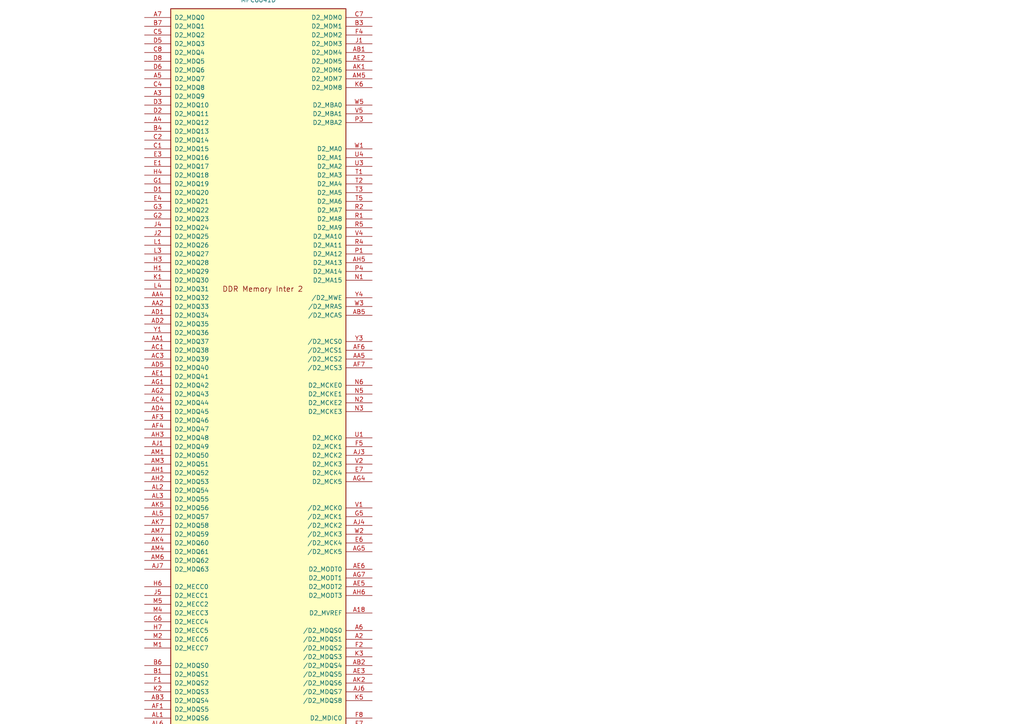
<source format=kicad_sch>
(kicad_sch (version 20250114) (generator "eeschema") (generator_version "9.0")
  (paper "A4")
  (lib_symbols
    (symbol "CPU_PowerPC:MPC8641D" (pin_names (offset 1.016))
      (property "Reference" "U" (at -2.54 1.27 0))
      (property "Value" "MPC8641D" (at -2.54 -7.62 0))
      (symbol "MPC8641D_1_1"
        (text "DDR Memory Inter 2" (at 1.27 25.4 0) (effects (font (size 1.524 1.524))))
        (pin bidirectional line (at -33.02 104.14 0) (length 7.62) (name "D2_MDQ0") (number "A7"))
        (pin bidirectional line (at -33.02 101.6 0) (length 7.62) (name "D2_MDQ1") (number "B7"))
        (pin bidirectional line (at -33.02 99.06 0) (length 7.62) (name "D2_MDQ2") (number "C5"))
        (pin bidirectional line (at -33.02 96.52 0) (length 7.62) (name "D2_MDQ3") (number "D5"))
        (pin bidirectional line (at -33.02 93.98 0) (length 7.62) (name "D2_MDQ4") (number "C8"))
        (pin bidirectional line (at -33.02 91.44 0) (length 7.62) (name "D2_MDQ5") (number "D8"))
        (pin bidirectional line (at -33.02 88.9 0) (length 7.62) (name "D2_MDQ6") (number "D6"))
        (pin bidirectional line (at -33.02 86.36 0) (length 7.62) (name "D2_MDQ7") (number "A5"))
        (pin bidirectional line (at -33.02 83.82 0) (length 7.62) (name "D2_MDQ8") (number "C4"))
        (pin bidirectional line (at -33.02 81.28 0) (length 7.62) (name "D2_MDQ9") (number "A3"))
        (pin bidirectional line (at -33.02 78.74 0) (length 7.62) (name "D2_MDQ10") (number "D3"))
        (pin bidirectional line (at -33.02 76.2 0) (length 7.62) (name "D2_MDQ11") (number "D2"))
        (pin bidirectional line (at -33.02 73.66 0) (length 7.62) (name "D2_MDQ12") (number "A4"))
        (pin bidirectional line (at -33.02 71.12 0) (length 7.62) (name "D2_MDQ13") (number "B4"))
        (pin bidirectional line (at -33.02 68.58 0) (length 7.62) (name "D2_MDQ14") (number "C2"))
        (pin bidirectional line (at -33.02 66.04 0) (length 7.62) (name "D2_MDQ15") (number "C1"))
        (pin bidirectional line (at -33.02 63.5 0) (length 7.62) (name "D2_MDQ16") (number "E3"))
        (pin bidirectional line (at -33.02 60.96 0) (length 7.62) (name "D2_MDQ17") (number "E1"))
        (pin bidirectional line (at -33.02 58.42 0) (length 7.62) (name "D2_MDQ18") (number "H4"))
        (pin bidirectional line (at -33.02 55.88 0) (length 7.62) (name "D2_MDQ19") (number "G1"))
        (pin bidirectional line (at -33.02 53.34 0) (length 7.62) (name "D2_MDQ20") (number "D1"))
        (pin bidirectional line (at -33.02 50.8 0) (length 7.62) (name "D2_MDQ21") (number "E4"))
        (pin bidirectional line (at -33.02 48.26 0) (length 7.62) (name "D2_MDQ22") (number "G3"))
        (pin bidirectional line (at -33.02 45.72 0) (length 7.62) (name "D2_MDQ23") (number "G2"))
        (pin bidirectional line (at -33.02 43.18 0) (length 7.62) (name "D2_MDQ24") (number "J4"))
        (pin bidirectional line (at -33.02 40.64 0) (length 7.62) (name "D2_MDQ25") (number "J2"))
        (pin bidirectional line (at -33.02 38.1 0) (length 7.62) (name "D2_MDQ26") (number "L1"))
        (pin bidirectional line (at -33.02 35.56 0) (length 7.62) (name "D2_MDQ27") (number "L3"))
        (pin bidirectional line (at -33.02 33.02 0) (length 7.62) (name "D2_MDQ28") (number "H3"))
        (pin bidirectional line (at -33.02 30.48 0) (length 7.62) (name "D2_MDQ29") (number "H1"))
        (pin bidirectional line (at -33.02 27.94 0) (length 7.62) (name "D2_MDQ30") (number "K1"))
        (pin bidirectional line (at -33.02 25.4 0) (length 7.62) (name "D2_MDQ31") (number "L4"))
        (pin bidirectional line (at -33.02 22.86 0) (length 7.62) (name "D2_MDQ32") (number "AA4"))
        (pin bidirectional line (at -33.02 20.32 0) (length 7.62) (name "D2_MDQ33") (number "AA2"))
        (pin bidirectional line (at -33.02 17.78 0) (length 7.62) (name "D2_MDQ34") (number "AD1"))
        (pin bidirectional line (at -33.02 15.24 0) (length 7.62) (name "D2_MDQ35") (number "AD2"))
        (pin bidirectional line (at -33.02 12.7 0) (length 7.62) (name "D2_MDQ36") (number "Y1"))
        (pin bidirectional line (at -33.02 10.16 0) (length 7.62) (name "D2_MDQ37") (number "AA1"))
        (pin bidirectional line (at -33.02 7.62 0) (length 7.62) (name "D2_MDQ38") (number "AC1"))
        (pin bidirectional line (at -33.02 5.08 0) (length 7.62) (name "D2_MDQ39") (number "AC3"))
        (pin bidirectional line (at -33.02 2.54 0) (length 7.62) (name "D2_MDQ40") (number "AD5"))
        (pin bidirectional line (at -33.02 0 0) (length 7.62) (name "D2_MDQ41") (number "AE1"))
        (pin bidirectional line (at -33.02 -2.54 0) (length 7.62) (name "D2_MDQ42") (number "AG1"))
        (pin bidirectional line (at -33.02 -5.08 0) (length 7.62) (name "D2_MDQ43") (number "AG2"))
        (pin bidirectional line (at -33.02 -7.62 0) (length 7.62) (name "D2_MDQ44") (number "AC4"))
        (pin bidirectional line (at -33.02 -10.16 0) (length 7.62) (name "D2_MDQ45") (number "AD4"))
        (pin bidirectional line (at -33.02 -12.7 0) (length 7.62) (name "D2_MDQ46") (number "AF3"))
        (pin bidirectional line (at -33.02 -15.24 0) (length 7.62) (name "D2_MDQ47") (number "AF4"))
        (pin bidirectional line (at -33.02 -17.78 0) (length 7.62) (name "D2_MDQ48") (number "AH3"))
        (pin bidirectional line (at -33.02 -20.32 0) (length 7.62) (name "D2_MDQ49") (number "AJ1"))
        (pin bidirectional line (at -33.02 -22.86 0) (length 7.62) (name "D2_MDQ50") (number "AM1"))
        (pin bidirectional line (at -33.02 -25.4 0) (length 7.62) (name "D2_MDQ51") (number "AM3"))
        (pin bidirectional line (at -33.02 -27.94 0) (length 7.62) (name "D2_MDQ52") (number "AH1"))
        (pin bidirectional line (at -33.02 -30.48 0) (length 7.62) (name "D2_MDQ53") (number "AH2"))
        (pin bidirectional line (at -33.02 -33.02 0) (length 7.62) (name "D2_MDQ54") (number "AL2"))
        (pin bidirectional line (at -33.02 -35.56 0) (length 7.62) (name "D2_MDQ55") (number "AL3"))
        (pin bidirectional line (at -33.02 -38.1 0) (length 7.62) (name "D2_MDQ56") (number "AK5"))
        (pin bidirectional line (at -33.02 -40.64 0) (length 7.62) (name "D2_MDQ57") (number "AL5"))
        (pin bidirectional line (at -33.02 -43.18 0) (length 7.62) (name "D2_MDQ58") (number "AK7"))
        (pin bidirectional line (at -33.02 -45.72 0) (length 7.62) (name "D2_MDQ59") (number "AM7"))
        (pin bidirectional line (at -33.02 -48.26 0) (length 7.62) (name "D2_MDQ60") (number "AK4"))
        (pin bidirectional line (at -33.02 -50.8 0) (length 7.62) (name "D2_MDQ61") (number "AM4"))
        (pin bidirectional line (at -33.02 -53.34 0) (length 7.62) (name "D2_MDQ62") (number "AM6"))
        (pin bidirectional line (at -33.02 -55.88 0) (length 7.62) (name "D2_MDQ63") (number "AJ7"))
        (pin bidirectional line (at -33.02 -60.96 0) (length 7.62) (name "D2_MECC0") (number "H6"))
        (pin bidirectional line (at -33.02 -63.5 0) (length 7.62) (name "D2_MECC1") (number "J5"))
        (pin bidirectional line (at -33.02 -66.04 0) (length 7.62) (name "D2_MECC2") (number "M5"))
        (pin bidirectional line (at -33.02 -68.58 0) (length 7.62) (name "D2_MECC3") (number "M4"))
        (pin bidirectional line (at -33.02 -71.12 0) (length 7.62) (name "D2_MECC4") (number "G6"))
        (pin bidirectional line (at -33.02 -73.66 0) (length 7.62) (name "D2_MECC5") (number "H7"))
        (pin bidirectional line (at -33.02 -76.2 0) (length 7.62) (name "D2_MECC6") (number "M2"))
        (pin bidirectional line (at -33.02 -78.74 0) (length 7.62) (name "D2_MECC7") (number "M1"))
        (pin bidirectional line (at -33.02 -83.82 0) (length 7.62) (name "D2_MDQS0") (number "B6"))
        (pin bidirectional line (at -33.02 -86.36 0) (length 7.62) (name "D2_MDQS1") (number "B1"))
        (pin bidirectional line (at -33.02 -88.9 0) (length 7.62) (name "D2_MDQS2") (number "F1"))
        (pin bidirectional line (at -33.02 -91.44 0) (length 7.62) (name "D2_MDQS3") (number "K2"))
        (pin bidirectional line (at -33.02 -93.98 0) (length 7.62) (name "D2_MDQS4") (number "AB3"))
        (pin bidirectional line (at -33.02 -96.52 0) (length 7.62) (name "D2_MDQS5") (number "AF1"))
        (pin bidirectional line (at -33.02 -99.06 0) (length 7.62) (name "D2_MDQS6") (number "AL1"))
        (pin bidirectional line (at -33.02 -101.6 0) (length 7.62) (name "D2_MDQS7") (number "AL6"))
        (pin bidirectional line (at -33.02 -104.14 0) (length 7.62) (name "D2_MDQS8") (number "L6"))
        (pin output line (at 33.02 104.14 180) (length 7.62) (name "D2_MDM0") (number "C7"))
        (pin output line (at 33.02 101.6 180) (length 7.62) (name "D2_MDM1") (number "B3"))
        (pin output line (at 33.02 99.06 180) (length 7.62) (name "D2_MDM2") (number "F4"))
        (pin output line (at 33.02 96.52 180) (length 7.62) (name "D2_MDM3") (number "J1"))
        (pin output line (at 33.02 93.98 180) (length 7.62) (name "D2_MDM4") (number "AB1"))
        (pin output line (at 33.02 91.44 180) (length 7.62) (name "D2_MDM5") (number "AE2"))
        (pin output line (at 33.02 88.9 180) (length 7.62) (name "D2_MDM6") (number "AK1"))
        (pin output line (at 33.02 86.36 180) (length 7.62) (name "D2_MDM7") (number "AM5"))
        (pin output line (at 33.02 83.82 180) (length 7.62) (name "D2_MDM8") (number "K6"))
        (pin output line (at 33.02 78.74 180) (length 7.62) (name "D2_MBA0") (number "W5"))
        (pin output line (at 33.02 76.2 180) (length 7.62) (name "D2_MBA1") (number "V5"))
        (pin output line (at 33.02 73.66 180) (length 7.62) (name "D2_MBA2") (number "P3"))
        (pin output line (at 33.02 66.04 180) (length 7.62) (name "D2_MA0") (number "W1"))
        (pin output line (at 33.02 63.5 180) (length 7.62) (name "D2_MA1") (number "U4"))
        (pin output line (at 33.02 60.96 180) (length 7.62) (name "D2_MA2") (number "U3"))
        (pin output line (at 33.02 58.42 180) (length 7.62) (name "D2_MA3") (number "T1"))
        (pin output line (at 33.02 55.88 180) (length 7.62) (name "D2_MA4") (number "T2"))
        (pin output line (at 33.02 53.34 180) (length 7.62) (name "D2_MA5") (number "T3"))
        (pin output line (at 33.02 50.8 180) (length 7.62) (name "D2_MA6") (number "T5"))
        (pin output line (at 33.02 48.26 180) (length 7.62) (name "D2_MA7") (number "R2"))
        (pin output line (at 33.02 45.72 180) (length 7.62) (name "D2_MA8") (number "R1"))
        (pin output line (at 33.02 43.18 180) (length 7.62) (name "D2_MA9") (number "R5"))
        (pin output line (at 33.02 40.64 180) (length 7.62) (name "D2_MA10") (number "V4"))
        (pin output line (at 33.02 38.1 180) (length 7.62) (name "D2_MA11") (number "R4"))
        (pin output line (at 33.02 35.56 180) (length 7.62) (name "D2_MA12") (number "P1"))
        (pin output line (at 33.02 33.02 180) (length 7.62) (name "D2_MA13") (number "AH5"))
        (pin output line (at 33.02 30.48 180) (length 7.62) (name "D2_MA14") (number "P4"))
        (pin output line (at 33.02 27.94 180) (length 7.62) (name "D2_MA15") (number "N1"))
        (pin output line (at 33.02 22.86 180) (length 7.62) (name "/D2_MWE") (number "Y4"))
        (pin output line (at 33.02 20.32 180) (length 7.62) (name "/D2_MRAS") (number "W3"))
        (pin output line (at 33.02 17.78 180) (length 7.62) (name "/D2_MCAS") (number "AB5"))
        (pin output line (at 33.02 10.16 180) (length 7.62) (name "/D2_MCS0") (number "Y3"))
        (pin output line (at 33.02 7.62 180) (length 7.62) (name "/D2_MCS1") (number "AF6"))
        (pin output line (at 33.02 5.08 180) (length 7.62) (name "/D2_MCS2") (number "AA5"))
        (pin output line (at 33.02 2.54 180) (length 7.62) (name "/D2_MCS3") (number "AF7"))
        (pin output line (at 33.02 -2.54 180) (length 7.62) (name "D2_MCKE0") (number "N6"))
        (pin output line (at 33.02 -5.08 180) (length 7.62) (name "D2_MCKE1") (number "N5"))
        (pin output line (at 33.02 -7.62 180) (length 7.62) (name "D2_MCKE2") (number "N2"))
        (pin output line (at 33.02 -10.16 180) (length 7.62) (name "D2_MCKE3") (number "N3"))
        (pin output line (at 33.02 -17.78 180) (length 7.62) (name "D2_MCK0") (number "U1"))
        (pin output line (at 33.02 -20.32 180) (length 7.62) (name "D2_MCK1") (number "F5"))
        (pin output line (at 33.02 -22.86 180) (length 7.62) (name "D2_MCK2") (number "AJ3"))
        (pin output line (at 33.02 -25.4 180) (length 7.62) (name "D2_MCK3") (number "V2"))
        (pin output line (at 33.02 -27.94 180) (length 7.62) (name "D2_MCK4") (number "E7"))
        (pin output line (at 33.02 -30.48 180) (length 7.62) (name "D2_MCK5") (number "AG4"))
        (pin output line (at 33.02 -38.1 180) (length 7.62) (name "/D2_MCK0") (number "V1"))
        (pin output line (at 33.02 -40.64 180) (length 7.62) (name "/D2_MCK1") (number "G5"))
        (pin output line (at 33.02 -43.18 180) (length 7.62) (name "/D2_MCK2") (number "AJ4"))
        (pin output line (at 33.02 -45.72 180) (length 7.62) (name "/D2_MCK3") (number "W2"))
        (pin output line (at 33.02 -48.26 180) (length 7.62) (name "/D2_MCK4") (number "E6"))
        (pin output line (at 33.02 -50.8 180) (length 7.62) (name "/D2_MCK5") (number "AG5"))
        (pin output line (at 33.02 -55.88 180) (length 7.62) (name "D2_MODT0") (number "AE6"))
        (pin output line (at 33.02 -58.42 180) (length 7.62) (name "D2_MODT1") (number "AG7"))
        (pin output line (at 33.02 -60.96 180) (length 7.62) (name "D2_MODT2") (number "AE5"))
        (pin output line (at 33.02 -63.5 180) (length 7.62) (name "D2_MODT3") (number "AH6"))
        (pin output line (at 33.02 -68.58 180) (length 7.62) (name "D2_MVREF") (number "A18"))
        (pin bidirectional line (at 33.02 -73.66 180) (length 7.62) (name "/D2_MDQS0") (number "A6"))
        (pin bidirectional line (at 33.02 -76.2 180) (length 7.62) (name "/D2_MDQS1") (number "A2"))
        (pin bidirectional line (at 33.02 -78.74 180) (length 7.62) (name "/D2_MDQS2") (number "F2"))
        (pin bidirectional line (at 33.02 -81.28 180) (length 7.62) (name "/D2_MDQS3") (number "K3"))
        (pin bidirectional line (at 33.02 -83.82 180) (length 7.62) (name "/D2_MDQS4") (number "AB2"))
        (pin bidirectional line (at 33.02 -86.36 180) (length 7.62) (name "/D2_MDQS5") (number "AE3"))
        (pin bidirectional line (at 33.02 -88.9 180) (length 7.62) (name "/D2_MDQS6") (number "AK2"))
        (pin bidirectional line (at 33.02 -91.44 180) (length 7.62) (name "/D2_MDQS7") (number "AJ6"))
        (pin bidirectional line (at 33.02 -93.98 180) (length 7.62) (name "/D2_MDQS8") (number "K5"))
        (pin bidirectional line (at 33.02 -99.06 180) (length 7.62) (name "D2_MDIC0") (number "F8"))
        (pin bidirectional line (at 33.02 -101.6 180) (length 7.62) (name "D2_MDIC1") (number "F7"))
      )
      (symbol "MPC8641D_2_1"
        (text "SERDES1" (at 0 107.95 0) (effects (font (size 1.524 1.524))))
        (text "SERDES2" (at 0 48.26 0) (effects (font (size 1.524 1.524))))
        (text "eTSEC1" (at 0 11.43 0) (effects (font (size 1.524 1.524))))
        (text "eTSEC2" (at 0 -38.1 0) (effects (font (size 1.524 1.524))))
        (text "eTSEC3" (at 0 -74.93 0) (effects (font (size 1.524 1.524))))
        (text "eTSEC4" (at 0 -111.76 0) (effects (font (size 1.524 1.524))))
        (pin input line (at -27.94 135.89 0) (length 7.62) (name "SD1_RX0") (number "J32"))
        (pin input line (at -27.94 133.35 0) (length 7.62) (name "SD1_RX1") (number "K30"))
        (pin input line (at -27.94 130.81 0) (length 7.62) (name "SD1_RX2") (number "L32"))
        (pin input line (at -27.94 128.27 0) (length 7.62) (name "SD1_RX3") (number "M30"))
        (pin input line (at -27.94 125.73 0) (length 7.62) (name "SD1_RX4") (number "T30"))
        (pin input line (at -27.94 123.19 0) (length 7.62) (name "SD1_RX5") (number "U32"))
        (pin input line (at -27.94 120.65 0) (length 7.62) (name "SD1_RX6") (number "V30"))
        (pin input line (at -27.94 118.11 0) (length 7.62) (name "SD1_RX7") (number "W32"))
        (pin input line (at -27.94 113.03 0) (length 7.62) (name "/SD1_RX0") (number "J31"))
        (pin input line (at -27.94 110.49 0) (length 7.62) (name "/SD1_RX1") (number "K29"))
        (pin input line (at -27.94 107.95 0) (length 7.62) (name "/SD1_RX2") (number "L31"))
        (pin input line (at -27.94 105.41 0) (length 7.62) (name "/SD1_RX3") (number "M29"))
        (pin input line (at -27.94 102.87 0) (length 7.62) (name "/SD1_RX4") (number "T29"))
        (pin input line (at -27.94 100.33 0) (length 7.62) (name "/SD1_RX5") (number "U31"))
        (pin input line (at -27.94 97.79 0) (length 7.62) (name "/SD1_RX6") (number "V29"))
        (pin input line (at -27.94 95.25 0) (length 7.62) (name "/SD1_RX7") (number "W31"))
        (pin input clock (at -27.94 90.17 0) (length 7.62) (name "SD1_REF_CLK") (number "N32"))
        (pin input clock (at -27.94 87.63 0) (length 7.62) (name "/SD1_REF_CLK") (number "N31"))
        (pin input line (at -27.94 83.82 0) (length 7.62) (name "SD1_IMP_CAL_TX") (number "Y26"))
        (pin input line (at -27.94 81.28 0) (length 7.62) (name "SD1_IMP_CAL_RX") (number "J28"))
        (pin input line (at -27.94 76.2 0) (length 7.62) (name "SD2_RX0") (number "Y30"))
        (pin input line (at -27.94 73.66 0) (length 7.62) (name "SD2_RX1") (number "AA32"))
        (pin input line (at -27.94 71.12 0) (length 7.62) (name "SD2_RX2") (number "AB30"))
        (pin input line (at -27.94 68.58 0) (length 7.62) (name "SD2_RX3") (number "AC32"))
        (pin input line (at -27.94 66.04 0) (length 7.62) (name "SD2_RX4") (number "AH30"))
        (pin input line (at -27.94 63.5 0) (length 7.62) (name "SD2_RX5") (number "AJ32"))
        (pin input line (at -27.94 60.96 0) (length 7.62) (name "SD2_RX6") (number "AK30"))
        (pin input line (at -27.94 58.42 0) (length 7.62) (name "SD2_RX7") (number "AL32"))
        (pin input line (at -27.94 53.34 0) (length 7.62) (name "/SD2_RX0") (number "Y29"))
        (pin input line (at -27.94 50.8 0) (length 7.62) (name "/SD2_RX1") (number "AA31"))
        (pin input line (at -27.94 48.26 0) (length 7.62) (name "/SD2_RX2") (number "AB29"))
        (pin input line (at -27.94 45.72 0) (length 7.62) (name "/SD2_RX3") (number "AC31"))
        (pin input line (at -27.94 43.18 0) (length 7.62) (name "/SD2_RX4") (number "AH29"))
        (pin input line (at -27.94 40.64 0) (length 7.62) (name "/SD2_RX5") (number "AJ31"))
        (pin input line (at -27.94 38.1 0) (length 7.62) (name "/SD2_RX6") (number "AK29"))
        (pin input line (at -27.94 35.56 0) (length 7.62) (name "/SD2_RX7") (number "AL31"))
        (pin input clock (at -27.94 30.48 0) (length 7.62) (name "SD2_REF_CLK") (number "AE32"))
        (pin input clock (at -27.94 27.94 0) (length 7.62) (name "/SD2_REF_CLK") (number "AE31"))
        (pin input line (at -27.94 24.13 0) (length 7.62) (name "SD2_IMP_CAL_TX") (number "AM29"))
        (pin input line (at -27.94 21.59 0) (length 7.62) (name "SD2_IMP_CAL_RX") (number "AA26"))
        (pin input line (at -27.94 15.24 0) (length 7.62) (name "TSEC1_RXD0") (number "AL25"))
        (pin input line (at -27.94 12.7 0) (length 7.62) (name "TSEC1_RXD1") (number "AL24"))
        (pin input line (at -27.94 10.16 0) (length 7.62) (name "TSEC1_RXD2") (number "AK26"))
        (pin input line (at -27.94 7.62 0) (length 7.62) (name "TSEC1_RXD3") (number "AK25"))
        (pin input line (at -27.94 5.08 0) (length 7.62) (name "TSEC1_RXD4") (number "AM26"))
        (pin input line (at -27.94 2.54 0) (length 7.62) (name "TSEC1_RXD5") (number "AF26"))
        (pin input line (at -27.94 0 0) (length 7.62) (name "TSEC1_RXD6") (number "AH24"))
        (pin input line (at -27.94 -2.54 0) (length 7.62) (name "TSEC1_RXD7") (number "AG25"))
        (pin input line (at -27.94 -8.89 0) (length 7.62) (name "TSEC1_RX_DV") (number "AJ24"))
        (pin input line (at -27.94 -11.43 0) (length 7.62) (name "TSEC1_RX_ER") (number "AJ25"))
        (pin input line (at -27.94 -13.97 0) (length 7.62) (name "TSEC1_RX_CLK") (number "AK24"))
        (pin input line (at -27.94 -16.51 0) (length 7.62) (name "TSEC1_COL") (number "AM25"))
        (pin input line (at -27.94 -21.59 0) (length 7.62) (name "TSEC2_RXD0") (number "AL22"))
        (pin input line (at -27.94 -24.13 0) (length 7.62) (name "TSEC2_RXD1") (number "AK22"))
        (pin input line (at -27.94 -26.67 0) (length 7.62) (name "TSEC2_RXD2") (number "AM21"))
        (pin input line (at -27.94 -29.21 0) (length 7.62) (name "TSEC2_RXD3") (number "AH20"))
        (pin input line (at -27.94 -31.75 0) (length 7.62) (name "TSEC2_RXD4") (number "AG20"))
        (pin input line (at -27.94 -34.29 0) (length 7.62) (name "TSEC2_RXD5") (number "AF20"))
        (pin input line (at -27.94 -36.83 0) (length 7.62) (name "TSEC2_RXD6") (number "AF23"))
        (pin input line (at -27.94 -39.37 0) (length 7.62) (name "TSEC3_RXD7") (number "AF22"))
        (pin input line (at -27.94 -45.72 0) (length 7.62) (name "TSEC2_RX_DV") (number "AC19"))
        (pin input line (at -27.94 -48.26 0) (length 7.62) (name "TSEC2_RX_ER") (number "AD21"))
        (pin input line (at -27.94 -50.8 0) (length 7.62) (name "TSEC2_RX_CLK") (number "AM22"))
        (pin input line (at -27.94 -53.34 0) (length 7.62) (name "TSEC2_COL") (number "AE21"))
        (pin input line (at -27.94 -58.42 0) (length 7.62) (name "TSEC3_RXD0") (number "AJ17"))
        (pin input line (at -27.94 -60.96 0) (length 7.62) (name "TSEC3_RXD1") (number "AE16"))
        (pin input line (at -27.94 -63.5 0) (length 7.62) (name "TSEC3_RXD2") (number "AH16"))
        (pin input line (at -27.94 -66.04 0) (length 7.62) (name "TSEC3_RXD3") (number "AH14"))
        (pin input line (at -27.94 -68.58 0) (length 7.62) (name "TSEC3_RXD4") (number "AJ19"))
        (pin input line (at -27.94 -71.12 0) (length 7.62) (name "TSEC3_RXD5") (number "AH15"))
        (pin input line (at -27.94 -73.66 0) (length 7.62) (name "TSEC3_RXD6") (number "AG16"))
        (pin input line (at -27.94 -76.2 0) (length 7.62) (name "TSEC3_RXD7") (number "AE19"))
        (pin input line (at -27.94 -82.55 0) (length 7.62) (name "TSEC3_RX_DV") (number "AG15"))
        (pin input line (at -27.94 -85.09 0) (length 7.62) (name "TSEC3_RX_ER") (number "AF16"))
        (pin input line (at -27.94 -87.63 0) (length 7.62) (name "TSEC3_RX_CLK") (number "AJ18"))
        (pin input line (at -27.94 -90.17 0) (length 7.62) (name "TSEC3_COL") (number "AF15"))
        (pin input line (at -27.94 -95.25 0) (length 7.62) (name "TSEC4_RXD0") (number "AG14"))
        (pin input line (at -27.94 -97.79 0) (length 7.62) (name "TSEC4_RXD1") (number "AD13"))
        (pin input line (at -27.94 -100.33 0) (length 7.62) (name "TSEC4_RXD2") (number "AF13"))
        (pin input line (at -27.94 -102.87 0) (length 7.62) (name "TSEC4_RXD3") (number "AD14"))
        (pin input line (at -27.94 -105.41 0) (length 7.62) (name "TSEX4_RXD4") (number "AE14"))
        (pin input line (at -27.94 -107.95 0) (length 7.62) (name "TSEC4_RXD5") (number "AB15"))
        (pin input line (at -27.94 -110.49 0) (length 7.62) (name "TSEC4_RXD6") (number "AC14"))
        (pin input line (at -27.94 -113.03 0) (length 7.62) (name "TSEC4_RXD7") (number "AE17"))
        (pin input line (at -27.94 -119.38 0) (length 7.62) (name "TSEC4_RX_DV") (number "AC15"))
        (pin input line (at -27.94 -121.92 0) (length 7.62) (name "TSEC4_RX_ER") (number "AF14"))
        (pin input line (at -27.94 -124.46 0) (length 7.62) (name "TSEC4_RX_CLK") (number "AG13"))
        (pin input line (at -27.94 -127 0) (length 7.62) (name "TSEC4_COL") (number "AC13"))
        (pin input line (at -27.94 -132.08 0) (length 7.62) (name "EC1_GTX_CLK125") (number "AL23"))
        (pin input line (at -27.94 -135.89 0) (length 7.62) (name "EC2_GTX_CLK125") (number "AM23"))
        (pin output line (at 27.94 135.89 180) (length 7.62) (name "SD1_TX0") (number "L26"))
        (pin output line (at 27.94 133.35 180) (length 7.62) (name "SD1_TX1") (number "M24"))
        (pin output line (at 27.94 130.81 180) (length 7.62) (name "SD1_TX2") (number "N26"))
        (pin output line (at 27.94 128.27 180) (length 7.62) (name "SD1_TX3") (number "P24"))
        (pin output line (at 27.94 125.73 180) (length 7.62) (name "SD1_TX4") (number "R26"))
        (pin output line (at 27.94 123.19 180) (length 7.62) (name "SD1_TX5") (number "T24"))
        (pin output line (at 27.94 120.65 180) (length 7.62) (name "SD1_TX6") (number "U26"))
        (pin output line (at 27.94 118.11 180) (length 7.62) (name "SD1_TX7") (number "V24"))
        (pin output line (at 27.94 113.03 180) (length 7.62) (name "/SD1_TX0") (number "L27"))
        (pin output line (at 27.94 110.49 180) (length 7.62) (name "/SD1_TX1") (number "M25"))
        (pin output line (at 27.94 107.95 180) (length 7.62) (name "/SD1_TX2") (number "N27"))
        (pin output line (at 27.94 105.41 180) (length 7.62) (name "/SD1_TX3") (number "P25"))
        (pin output line (at 27.94 102.87 180) (length 7.62) (name "/SD1_TX4") (number "R27"))
        (pin output line (at 27.94 100.33 180) (length 7.62) (name "/SD1_TX5") (number "T25"))
        (pin output line (at 27.94 97.79 180) (length 7.62) (name "/SD1_TX6") (number "U27"))
        (pin output line (at 27.94 95.25 180) (length 7.62) (name "/SD1_TX7") (number "V25"))
        (pin output line (at 27.94 90.17 180) (length 7.62) (name "SD1_PLL_TPD") (number "U28"))
        (pin output line (at 27.94 87.63 180) (length 7.62) (name "SD1_PLL_TPA") (number "T28"))
        (pin output line (at 27.94 83.82 180) (length 7.62) (name "SD1_DLL_TPD") (number "N28"))
        (pin output line (at 27.94 81.28 180) (length 7.62) (name "SD1_DLL_TPA") (number "P31"))
        (pin output line (at 27.94 76.2 180) (length 7.62) (name "SD2_TX0") (number "Y24"))
        (pin output line (at 27.94 73.66 180) (length 7.62) (name "SD2_TX1") (number "AA27"))
        (pin output line (at 27.94 71.12 180) (length 7.62) (name "SD2_TX2") (number "AB25"))
        (pin output line (at 27.94 68.58 180) (length 7.62) (name "SD2_TX3") (number "AC27"))
        (pin output line (at 27.94 66.04 180) (length 7.62) (name "SD2_TX4") (number "AE27"))
        (pin output line (at 27.94 63.5 180) (length 7.62) (name "SD2_TX5") (number "AG27"))
        (pin output line (at 27.94 60.96 180) (length 7.62) (name "SD2_TX6") (number "AJ27"))
        (pin output line (at 27.94 58.42 180) (length 7.62) (name "SD2_TX7") (number "AL27"))
        (pin output line (at 27.94 53.34 180) (length 7.62) (name "/SD2_TX0") (number "Y25"))
        (pin output line (at 27.94 50.8 180) (length 7.62) (name "/SD2_TX1") (number "AA28"))
        (pin output line (at 27.94 48.26 180) (length 7.62) (name "/SD2_TX2") (number "AB26"))
        (pin output line (at 27.94 45.72 180) (length 7.62) (name "/SD2_TX3") (number "AC28"))
        (pin output line (at 27.94 43.18 180) (length 7.62) (name "/SD2_TX4") (number "AE28"))
        (pin output line (at 27.94 40.64 180) (length 7.62) (name "/SD2_TX5") (number "AG28"))
        (pin output line (at 27.94 38.1 180) (length 7.62) (name "/SD2_TX6") (number "AJ28"))
        (pin output line (at 27.94 35.56 180) (length 7.62) (name "/SD2_TX7") (number "AL28"))
        (pin output line (at 27.94 30.48 180) (length 7.62) (name "SD2_PLL_TPD") (number "AF29"))
        (pin output line (at 27.94 27.94 180) (length 7.62) (name "SD2_PLL_TPA") (number "AF31"))
        (pin output line (at 27.94 24.13 180) (length 7.62) (name "SD2_DLL_TPD") (number "AD29"))
        (pin output line (at 27.94 21.59 180) (length 7.62) (name "SD2_DLL_TPA") (number "AD30"))
        (pin output line (at 27.94 15.24 180) (length 7.62) (name "TSEC1_TXD0") (number "AF25"))
        (pin output line (at 27.94 12.7 180) (length 7.62) (name "TSEC1_TXD1") (number "AC23"))
        (pin output line (at 27.94 10.16 180) (length 7.62) (name "TSEC1_TXD2") (number "AG24"))
        (pin output line (at 27.94 7.62 180) (length 7.62) (name "TSEC1_TXD3") (number "AG23"))
        (pin output line (at 27.94 5.08 180) (length 7.62) (name "TSEC1_TXD4") (number "AE24"))
        (pin output line (at 27.94 2.54 180) (length 7.62) (name "TSEC1_TXD5") (number "AE23"))
        (pin output line (at 27.94 0 180) (length 7.62) (name "TSEC1_TXD6") (number "AE22"))
        (pin output line (at 27.94 -2.54 180) (length 7.62) (name "TSEC1_TXD7") (number "AD22"))
        (pin output line (at 27.94 -6.35 180) (length 7.62) (name "TSEC1_TX_EN") (number "AB22"))
        (pin output line (at 27.94 -8.89 180) (length 7.62) (name "TSEC1_TX_ER") (number "AH26"))
        (pin input line (at 27.94 -11.43 180) (length 7.62) (name "TSEC1_TX_CLK") (number "AC22"))
        (pin output line (at 27.94 -13.97 180) (length 7.62) (name "TSEC1_GTX_CLK") (number "AH25"))
        (pin bidirectional line (at 27.94 -16.51 180) (length 7.62) (name "TSEC1_CRS") (number "AM24"))
        (pin output line (at 27.94 -21.59 180) (length 7.62) (name "TSEC2_TXD0") (number "AB20"))
        (pin output line (at 27.94 -24.13 180) (length 7.62) (name "TSEC2_TXD1") (number "AJ23"))
        (pin output line (at 27.94 -26.67 180) (length 7.62) (name "TSEC2_TXD2") (number "AJ22"))
        (pin output line (at 27.94 -29.21 180) (length 7.62) (name "TSEC2_TXD3") (number "AD19"))
        (pin output line (at 27.94 -31.75 180) (length 7.62) (name "TSEC2_TXD4") (number "AH23"))
        (pin output line (at 27.94 -34.29 180) (length 7.62) (name "TSEC2_TXD5") (number "AH21"))
        (pin output line (at 27.94 -36.83 180) (length 7.62) (name "TSEC2_TXD6") (number "AG22"))
        (pin output line (at 27.94 -39.37 180) (length 7.62) (name "TSEC2_TXD7") (number "AG21"))
        (pin output line (at 27.94 -43.18 180) (length 7.62) (name "TSEC2_TX_EN") (number "AB21"))
        (pin output line (at 27.94 -45.72 180) (length 7.62) (name "TSEC2_TX_ER") (number "AB19"))
        (pin input line (at 27.94 -48.26 180) (length 7.62) (name "TSEC2_TX_CLK") (number "AC21"))
        (pin output line (at 27.94 -50.8 180) (length 7.62) (name "TSEC2_GTX_CLK") (number "AD20"))
        (pin bidirectional line (at 27.94 -53.34 180) (length 7.62) (name "TSEC2_CRS") (number "AE20"))
        (pin output line (at 27.94 -58.42 180) (length 7.62) (name "TSEC3_TXD0") (number "AL21"))
        (pin output line (at 27.94 -60.96 180) (length 7.62) (name "TSEC3_TXD1") (number "AJ21"))
        (pin output line (at 27.94 -63.5 180) (length 7.62) (name "TSEC3_TXD2") (number "AM20"))
        (pin output line (at 27.94 -66.04 180) (length 7.62) (name "TSEC3_TXD3") (number "AJ20"))
        (pin output line (at 27.94 -68.58 180) (length 7.62) (name "TSEC3_TXD4") (number "AM19"))
        (pin output line (at 27.94 -71.12 180) (length 7.62) (name "TSEC3_TXD5") (number "AK21"))
        (pin output line (at 27.94 -73.66 180) (length 7.62) (name "TSEC3_TXD6") (number "AL20"))
        (pin output line (at 27.94 -76.2 180) (length 7.62) (name "TSEC3_TXD7") (number "AL19"))
        (pin output line (at 27.94 -80.01 180) (length 7.62) (name "TSEC3_TX_EN") (number "AH19"))
        (pin output line (at 27.94 -82.55 180) (length 7.62) (name "TSEC3_TX_ER") (number "AH17"))
        (pin input line (at 27.94 -85.09 180) (length 7.62) (name "TSEC3_TX_CLK") (number "AH18"))
        (pin output line (at 27.94 -87.63 180) (length 7.62) (name "TSEC3_GTX_CLK") (number "AG19"))
        (pin bidirectional line (at 27.94 -90.17 180) (length 7.62) (name "TSEC3_CRS") (number "AE15"))
        (pin output line (at 27.94 -95.25 180) (length 7.62) (name "TSEC4_TXD0") (number "AC18"))
        (pin output line (at 27.94 -97.79 180) (length 7.62) (name "TSEC4_TXD1") (number "AC16"))
        (pin output line (at 27.94 -100.33 180) (length 7.62) (name "TSEC4_TXD2") (number "AD18"))
        (pin output line (at 27.94 -102.87 180) (length 7.62) (name "TSEC4_TXD3") (number "AD17"))
        (pin output line (at 27.94 -105.41 180) (length 7.62) (name "TSEC4_TXD4") (number "AD16"))
        (pin output line (at 27.94 -107.95 180) (length 7.62) (name "TSEC4_TXD5") (number "AB18"))
        (pin output line (at 27.94 -110.49 180) (length 7.62) (name "TSEC4_TXD6") (number "AB17"))
        (pin output line (at 27.94 -113.03 180) (length 7.62) (name "TSEC4_TXD7") (number "AB16"))
        (pin output line (at 27.94 -116.84 180) (length 7.62) (name "TSEC4_TX_EN") (number "AF17"))
        (pin output line (at 27.94 -119.38 180) (length 7.62) (name "TSEC4_TX_ER") (number "AF19"))
        (pin input line (at 27.94 -121.92 180) (length 7.62) (name "TSEC4_TX_CLK") (number "AF18"))
        (pin output line (at 27.94 -124.46 180) (length 7.62) (name "TSEC4_GTX_CLK") (number "AG17"))
        (pin bidirectional line (at 27.94 -127 180) (length 7.62) (name "TSEC4_CRS") (number "AB14"))
        (pin output line (at 27.94 -132.08 180) (length 7.62) (name "EC_MDC") (number "G31"))
        (pin bidirectional line (at 27.94 -135.89 180) (length 7.62) (name "EC_MDIO") (number "G32"))
      )
      (symbol "MPC8641D_3_1"
        (text "DUART" (at 0 128.27 0) (effects (font (size 1.524 1.524))))
        (text "LOCAL BUS" (at 0 54.61 0) (effects (font (size 1.524 1.524))))
        (text "IRQ/DMA" (at 0 -17.78 0) (effects (font (size 1.524 1.524))))
        (text "MISC." (at 0 -58.42 0) (effects (font (size 1.524 1.524))))
        (pin input line (at -27.94 132.08 0) (length 7.62) (name "UART_SIN0") (number "B32"))
        (pin input line (at -27.94 129.54 0) (length 7.62) (name "UART_SIN1") (number "C32"))
        (pin input line (at -27.94 125.73 0) (length 7.62) (name "/UART_CTS0") (number "A31"))
        (pin input line (at -27.94 123.19 0) (length 7.62) (name "/UART_CTS1") (number "B31"))
        (pin bidirectional line (at -27.94 118.11 0) (length 7.62) (name "LAD0") (number "A30"))
        (pin bidirectional line (at -27.94 115.57 0) (length 7.62) (name "LAD1") (number "E29"))
        (pin bidirectional line (at -27.94 113.03 0) (length 7.62) (name "LAD2") (number "C29"))
        (pin bidirectional line (at -27.94 110.49 0) (length 7.62) (name "LAD3") (number "D28"))
        (pin bidirectional line (at -27.94 107.95 0) (length 7.62) (name "LAD4") (number "D29"))
        (pin bidirectional line (at -27.94 105.41 0) (length 7.62) (name "LAD5") (number "H25"))
        (pin bidirectional line (at -27.94 102.87 0) (length 7.62) (name "LAD6") (number "B29"))
        (pin bidirectional line (at -27.94 100.33 0) (length 7.62) (name "LAD7") (number "A29"))
        (pin bidirectional line (at -27.94 97.79 0) (length 7.62) (name "LAD8") (number "C28"))
        (pin bidirectional line (at -27.94 95.25 0) (length 7.62) (name "LAD9") (number "L22"))
        (pin bidirectional line (at -27.94 92.71 0) (length 7.62) (name "LAD10") (number "M22"))
        (pin bidirectional line (at -27.94 90.17 0) (length 7.62) (name "LAD11") (number "A28"))
        (pin bidirectional line (at -27.94 87.63 0) (length 7.62) (name "LAD12") (number "C27"))
        (pin bidirectional line (at -27.94 85.09 0) (length 7.62) (name "LAD13") (number "H26"))
        (pin bidirectional line (at -27.94 82.55 0) (length 7.62) (name "LAD14") (number "G26"))
        (pin bidirectional line (at -27.94 80.01 0) (length 7.62) (name "LAD15") (number "B27"))
        (pin bidirectional line (at -27.94 77.47 0) (length 7.62) (name "LAD16") (number "B26"))
        (pin bidirectional line (at -27.94 74.93 0) (length 7.62) (name "LAD17") (number "A27"))
        (pin bidirectional line (at -27.94 72.39 0) (length 7.62) (name "LAD18") (number "E27"))
        (pin bidirectional line (at -27.94 69.85 0) (length 7.62) (name "LAD19") (number "G25"))
        (pin bidirectional line (at -27.94 67.31 0) (length 7.62) (name "LAD20") (number "D26"))
        (pin bidirectional line (at -27.94 64.77 0) (length 7.62) (name "LAD21") (number "E26"))
        (pin bidirectional line (at -27.94 62.23 0) (length 7.62) (name "LAD22") (number "G24"))
        (pin bidirectional line (at -27.94 59.69 0) (length 7.62) (name "LAD23") (number "F27"))
        (pin bidirectional line (at -27.94 57.15 0) (length 7.62) (name "LAD24") (number "A26"))
        (pin bidirectional line (at -27.94 54.61 0) (length 7.62) (name "LAD25") (number "A25"))
        (pin bidirectional line (at -27.94 52.07 0) (length 7.62) (name "LAD26") (number "C25"))
        (pin bidirectional line (at -27.94 49.53 0) (length 7.62) (name "LAD27") (number "H23"))
        (pin bidirectional line (at -27.94 46.99 0) (length 7.62) (name "LAD28") (number "K22"))
        (pin bidirectional line (at -27.94 44.45 0) (length 7.62) (name "LAD29") (number "D25"))
        (pin bidirectional line (at -27.94 41.91 0) (length 7.62) (name "LAD30") (number "F25"))
        (pin bidirectional line (at -27.94 39.37 0) (length 7.62) (name "LAD31") (number "H22"))
        (pin output line (at -27.94 34.29 0) (length 7.62) (name "LA27") (number "J21"))
        (pin output line (at -27.94 31.75 0) (length 7.62) (name "LA28") (number "K21"))
        (pin output line (at -27.94 29.21 0) (length 7.62) (name "LA29") (number "G22"))
        (pin output line (at -27.94 26.67 0) (length 7.62) (name "LA30") (number "F24"))
        (pin output line (at -27.94 24.13 0) (length 7.62) (name "LA31") (number "G21"))
        (pin bidirectional line (at -27.94 19.05 0) (length 7.62) (name "LDP0") (number "A24"))
        (pin bidirectional line (at -27.94 16.51 0) (length 7.62) (name "LDP1") (number "E24"))
        (pin bidirectional line (at -27.94 13.97 0) (length 7.62) (name "LDP2") (number "C24"))
        (pin bidirectional line (at -27.94 11.43 0) (length 7.62) (name "LDP3") (number "B24"))
        (pin input line (at -27.94 6.35 0) (length 7.62) (name "/MCP_0") (number "F17"))
        (pin input line (at -27.94 3.81 0) (length 7.62) (name "/MCP_1") (number "H17"))
        (pin input line (at -27.94 0 0) (length 7.62) (name "IRQ0") (number "G28"))
        (pin input line (at -27.94 -2.54 0) (length 7.62) (name "IRQ1") (number "G29"))
        (pin input line (at -27.94 -5.08 0) (length 7.62) (name "IRQ2") (number "H27"))
        (pin input line (at -27.94 -7.62 0) (length 7.62) (name "IRQ3") (number "J23"))
        (pin input line (at -27.94 -10.16 0) (length 7.62) (name "IRQ4") (number "M23"))
        (pin input line (at -27.94 -12.7 0) (length 7.62) (name "IRQ5") (number "J27"))
        (pin input line (at -27.94 -15.24 0) (length 7.62) (name "IRQ6") (number "F28"))
        (pin input line (at -27.94 -17.78 0) (length 7.62) (name "IRQ7") (number "J24"))
        (pin input line (at -27.94 -20.32 0) (length 7.62) (name "IRQ8") (number "L23"))
        (pin input line (at -27.94 -22.86 0) (length 7.62) (name "IRQ9/DMA_DREQ3") (number "B30"))
        (pin input line (at -27.94 -25.4 0) (length 7.62) (name "IRQ10/DMA_DACK3") (number "C30"))
        (pin input line (at -27.94 -27.94 0) (length 7.62) (name "IRQ11/DMA_DDONE3") (number "D30"))
        (pin bidirectional line (at -27.94 -33.02 0) (length 7.62) (name "IIC1_SDA") (number "A16"))
        (pin bidirectional line (at -27.94 -35.56 0) (length 7.62) (name "IIC1_SCL") (number "B17"))
        (pin bidirectional line (at -27.94 -39.37 0) (length 7.62) (name "IIC2_SDA") (number "A21"))
        (pin bidirectional line (at -27.94 -41.91 0) (length 7.62) (name "IIC2_SCL") (number "B21"))
        (pin bidirectional line (at -27.94 -45.72 0) (length 7.62) (name "/HRESET") (number "B18"))
        (pin input line (at -27.94 -48.26 0) (length 7.62) (name "/SRESET_0") (number "C20"))
        (pin input line (at -27.94 -50.8 0) (length 7.62) (name "/SRESET_1") (number "C21"))
        (pin input line (at -27.94 -54.61 0) (length 7.62) (name "SMI_0") (number "L15"))
        (pin input line (at -27.94 -57.15 0) (length 7.62) (name "SMI_1") (number "L16"))
        (pin input line (at -27.94 -60.96 0) (length 7.62) (name "/CKSTP_IN") (number "L18"))
        (pin input line (at -27.94 -64.77 0) (length 7.62) (name "TRIG_IN") (number "J14"))
        (pin input line (at -27.94 -69.85 0) (length 7.62) (name "TCK") (number "H18"))
        (pin input line (at -27.94 -72.39 0) (length 7.62) (name "TDI") (number "J18"))
        (pin output line (at -27.94 -74.93 0) (length 7.62) (name "TDO") (number "G18"))
        (pin input line (at -27.94 -77.47 0) (length 7.62) (name "TMS") (number "F18"))
        (pin input line (at -27.94 -80.01 0) (length 7.62) (name "/TRST") (number "A17"))
        (pin input line (at -27.94 -85.09 0) (length 7.62) (name "/LSSD_MODE") (number "C18"))
        (pin input line (at -27.94 -88.9 0) (length 7.62) (name "TEST_MODE0") (number "C16"))
        (pin input line (at -27.94 -91.44 0) (length 7.62) (name "TEST_MODE1") (number "E17"))
        (pin input line (at -27.94 -93.98 0) (length 7.62) (name "TEST_MODE2") (number "D18"))
        (pin input line (at -27.94 -96.52 0) (length 7.62) (name "TEST_MODE3") (number "D16"))
        (pin unspecified line (at -27.94 -101.6 0) (length 7.62) (name "SPARE") (number "J17"))
        (pin no_connect line (at -20.32 -106.68 0) (length 7.62) (hide yes) (name "NC") (number "K24"))
        (pin no_connect line (at -20.32 -109.22 0) (length 7.62) (hide yes) (name "NC") (number "K25"))
        (pin no_connect line (at -20.32 -111.76 0) (length 7.62) (hide yes) (name "NC") (number "P28"))
        (pin no_connect line (at -20.32 -114.3 0) (length 7.62) (hide yes) (name "NC") (number "P29"))
        (pin no_connect line (at -20.32 -116.84 0) (length 7.62) (hide yes) (name "NC") (number "W26"))
        (pin no_connect line (at -20.32 -119.38 0) (length 7.62) (hide yes) (name "NC") (number "W27"))
        (pin no_connect line (at -20.32 -121.92 0) (length 7.62) (hide yes) (name "NC") (number "AD25"))
        (pin no_connect line (at -20.32 -124.46 0) (length 7.62) (hide yes) (name "NC") (number "AD26"))
        (pin output line (at 27.94 132.08 180) (length 7.62) (name "UART_SOUT0") (number "D31"))
        (pin output line (at 27.94 129.54 180) (length 7.62) (name "UART_SOUT1") (number "A32"))
        (pin output line (at 27.94 125.73 180) (length 7.62) (name "/UART_RTS0") (number "C31"))
        (pin output line (at 27.94 123.19 180) (length 7.62) (name "/UART_RTS1") (number "E30"))
        (pin output line (at 27.94 118.11 180) (length 7.62) (name "/LCS0") (number "A22"))
        (pin output line (at 27.94 115.57 180) (length 7.62) (name "/LCS1") (number "C22"))
        (pin output line (at 27.94 113.03 180) (length 7.62) (name "/LCS3") (number "D23"))
        (pin output line (at 27.94 110.49 180) (length 7.62) (name "/LCS4") (number "E22"))
        (pin output line (at 27.94 107.95 180) (length 7.62) (name "/LCS5") (number "A23"))
        (pin output line (at 27.94 102.87 180) (length 7.62) (name "/LCS5/DMA_DREQ2") (number "B23"))
        (pin output line (at 27.94 100.33 180) (length 7.62) (name "/LCS6/DMA_DACK2") (number "E23"))
        (pin output line (at 27.94 97.79 180) (length 7.62) (name "/LCS7/DMA_DDONE2") (number "F23"))
        (pin output line (at 27.94 93.98 180) (length 7.62) (name "/LWE0/LBS0/LSDDQM0") (number "E21"))
        (pin output line (at 27.94 91.44 180) (length 7.62) (name "/LWE1/LBS1/LSDDQM1") (number "F21"))
        (pin output line (at 27.94 88.9 180) (length 7.62) (name "/LWE2/LBS2/LSDDQM2") (number "D22"))
        (pin output line (at 27.94 86.36 180) (length 7.62) (name "/LWE3/LBS3/LSDDQM3") (number "E20"))
        (pin output line (at 27.94 82.55 180) (length 7.62) (name "LBCTL") (number "D21"))
        (pin output line (at 27.94 80.01 180) (length 7.62) (name "LALE") (number "E19"))
        (pin output line (at 27.94 76.2 180) (length 7.62) (name "LGPL0/LSDA10") (number "F20"))
        (pin output line (at 27.94 73.66 180) (length 7.62) (name "LGPL1/LSDWE") (number "H20"))
        (pin output line (at 27.94 71.12 180) (length 7.62) (name "LGPL2/LOE/LSDRAS") (number "J20"))
        (pin output line (at 27.94 68.58 180) (length 7.62) (name "LGPL3/LSDCAS") (number "K20"))
        (pin bidirectional line (at 27.94 66.04 180) (length 7.62) (name "LGPL4/LGTA/LUPWAIT/LPBSE") (number "L21"))
        (pin output line (at 27.94 63.5 180) (length 7.62) (name "LGPL5") (number "J19"))
        (pin output line (at 27.94 59.69 180) (length 7.62) (name "LCKE") (number "H19"))
        (pin output line (at 27.94 57.15 180) (length 7.62) (name "LCLK0") (number "G19"))
        (pin output line (at 27.94 54.61 180) (length 7.62) (name "LCLK1") (number "L19"))
        (pin output line (at 27.94 52.07 180) (length 7.62) (name "LCLK2") (number "M20"))
        (pin input line (at 27.94 48.26 180) (length 7.62) (name "LSYNC_IN") (number "M19"))
        (pin input line (at 27.94 45.72 180) (length 7.62) (name "LSYNC_OUT") (number "D20"))
        (pin input line (at 27.94 3.81 180) (length 7.62) (name "DMA_DREQ0") (number "E31"))
        (pin input line (at 27.94 1.27 180) (length 7.62) (name "DMA_DREQ1") (number "E32"))
        (pin output line (at 27.94 -3.81 180) (length 7.62) (name "DMA_DACK0") (number "D32"))
        (pin output line (at 27.94 -6.35 180) (length 7.62) (name "DMA_DACK1") (number "F30"))
        (pin output line (at 27.94 -11.43 180) (length 7.62) (name "DMA_DDONE0") (number "F31"))
        (pin output line (at 27.94 -13.97 180) (length 7.62) (name "DMA_DDONE1") (number "F32"))
        (pin output line (at 27.94 -20.32 180) (length 7.62) (name "/IRQ_OUT") (number "J26"))
        (pin input line (at 27.94 -33.02 180) (length 7.62) (name "SYSCLK") (number "G16"))
        (pin output clock (at 27.94 -36.83 180) (length 7.62) (name "CLK_OUT") (number "B16"))
        (pin input line (at 27.94 -40.64 180) (length 7.62) (name "RTC") (number "K17"))
        (pin output line (at 27.94 -45.72 180) (length 7.62) (name "/HRESET_REQ") (number "K18"))
        (pin bidirectional line (at 27.94 -52.07 180) (length 7.62) (name "TEMP_ANODE") (number "AA11"))
        (pin bidirectional line (at 27.94 -54.61 180) (length 7.62) (name "TEMP_CATHODE") (number "Y11"))
        (pin output line (at 27.94 -60.96 180) (length 7.62) (name "/CKSTP_OUT") (number "L17"))
        (pin output line (at 27.94 -64.77 180) (length 7.62) (name "TRIG_OUT/READY") (number "J13"))
        (pin output line (at 27.94 -68.58 180) (length 7.62) (name "D1_MSRCID0/LB_SRCID0") (number "F15"))
        (pin output line (at 27.94 -71.12 180) (length 7.62) (name "D1_MSRCID1/LB_SRCID1") (number "K15"))
        (pin output line (at 27.94 -73.66 180) (length 7.62) (name "D1_MSRCID2/LB_SRCID2") (number "K14"))
        (pin output line (at 27.94 -76.2 180) (length 7.62) (name "D1_MSRCID3/LB_SRCID3") (number "H15"))
        (pin output line (at 27.94 -78.74 180) (length 7.62) (name "D1_MSRCID4/LB_SRCID4") (number "G15"))
        (pin output line (at 27.94 -81.28 180) (length 7.62) (name "D1_MDVAL/LB_DVAL") (number "J16"))
        (pin output line (at 27.94 -85.09 180) (length 7.62) (name "D2_MSRCID0") (number "E16"))
        (pin output line (at 27.94 -87.63 180) (length 7.62) (name "D2_MSRCID1") (number "C17"))
        (pin output line (at 27.94 -90.17 180) (length 7.62) (name "D2_MSRCID2") (number "F16"))
        (pin output line (at 27.94 -92.71 180) (length 7.62) (name "D2_MSRCID3") (number "H16"))
        (pin output line (at 27.94 -95.25 180) (length 7.62) (name "D2_MSRCID4") (number "K16"))
        (pin output line (at 27.94 -97.79 180) (length 7.62) (name "D2_MDVAL") (number "D19"))
        (pin output line (at 27.94 -101.6 180) (length 7.62) (name "ASLEEP") (number "C19"))
        (pin unspecified line (at 27.94 -106.68 180) (length 7.62) (name "RSVD") (number "H30"))
        (pin unspecified line (at 27.94 -109.22 180) (length 7.62) (name "RSVD") (number "R32"))
        (pin unspecified line (at 27.94 -111.76 180) (length 7.62) (name "RSVD") (number "V28"))
        (pin unspecified line (at 27.94 -114.3 180) (length 7.62) (name "RSVD") (number "AG32"))
        (pin unspecified line (at 27.94 -118.11 180) (length 7.62) (name "RSVD") (number "H29"))
        (pin unspecified line (at 27.94 -120.65 180) (length 7.62) (name "RSVD") (number "R31"))
        (pin unspecified line (at 27.94 -123.19 180) (length 7.62) (name "RSVD") (number "W28"))
        (pin unspecified line (at 27.94 -125.73 180) (length 7.62) (name "RSVD") (number "AG31"))
        (pin unspecified line (at 27.94 -129.54 180) (length 7.62) (name "RSVD") (number "AD24"))
        (pin unspecified line (at 27.94 -132.08 180) (length 7.62) (name "RSVD") (number "AG26"))
      )
      (symbol "MPC8641D_4_1"
        (text "CORE0 PWR" (at -5.08 44.45 900) (effects (font (size 1.524 1.524))))
        (text "PLAT PWR" (at -1.27 -8.89 0) (effects (font (size 1.524 1.524))))
        (text "GND" (at -1.27 -50.8 0) (effects (font (size 1.524 1.524))))
        (text "CORE1 PWR" (at 2.54 44.45 900) (effects (font (size 1.524 1.524))))
        (pin power_in line (at -30.48 83.82 0) (length 7.62) (name "AVDD_CORE0") (number "B20"))
        (pin power_in line (at -30.48 78.74 0) (length 7.62) (name "VDD_CORE0") (number "L12"))
        (pin power_in line (at -30.48 76.2 0) (length 7.62) (name "VDD_CORE0") (number "L13"))
        (pin power_in line (at -30.48 73.66 0) (length 7.62) (name "VDD_CORE0") (number "L14"))
        (pin power_in line (at -30.48 71.12 0) (length 7.62) (name "VDD_CORE0") (number "M13"))
        (pin power_in line (at -30.48 68.58 0) (length 7.62) (name "VDD_CORE0") (number "M15"))
        (pin power_in line (at -30.48 66.04 0) (length 7.62) (name "VDD_CORE0") (number "N12"))
        (pin power_in line (at -30.48 63.5 0) (length 7.62) (name "VDD_CORE0") (number "N14"))
        (pin power_in line (at -30.48 60.96 0) (length 7.62) (name "VDD_CORE0") (number "P11"))
        (pin power_in line (at -30.48 58.42 0) (length 7.62) (name "VDD_CORE0") (number "P13"))
        (pin power_in line (at -30.48 55.88 0) (length 7.62) (name "VDD_CORE0") (number "P15"))
        (pin power_in line (at -30.48 53.34 0) (length 7.62) (name "VDD_CORE0") (number "R12"))
        (pin power_in line (at -30.48 50.8 0) (length 7.62) (name "VDD_CORE0") (number "R14"))
        (pin power_in line (at -30.48 48.26 0) (length 7.62) (name "VDD_CORE0") (number "T11"))
        (pin power_in line (at -30.48 45.72 0) (length 7.62) (name "VDD_CORE0") (number "T13"))
        (pin power_in line (at -30.48 43.18 0) (length 7.62) (name "VDD_CORE0") (number "T15"))
        (pin power_in line (at -30.48 40.64 0) (length 7.62) (name "VDD_CORE0") (number "U12"))
        (pin power_in line (at -30.48 38.1 0) (length 7.62) (name "VDD_CORE0") (number "U14"))
        (pin power_in line (at -30.48 35.56 0) (length 7.62) (name "VDD_CORE0") (number "V11"))
        (pin power_in line (at -30.48 33.02 0) (length 7.62) (name "VDD_CORE0") (number "V13"))
        (pin power_in line (at -30.48 30.48 0) (length 7.62) (name "VDD_CORE0") (number "V15"))
        (pin power_in line (at -30.48 27.94 0) (length 7.62) (name "VDD_CORE0") (number "W12"))
        (pin power_in line (at -30.48 25.4 0) (length 7.62) (name "VDD_CORE0") (number "W14"))
        (pin power_in line (at -30.48 22.86 0) (length 7.62) (name "VDD_CORE0") (number "Y12"))
        (pin power_in line (at -30.48 20.32 0) (length 7.62) (name "VDD_CORE0") (number "Y13"))
        (pin power_in line (at -30.48 17.78 0) (length 7.62) (name "VDD_CORE0") (number "Y15"))
        (pin power_in line (at -30.48 15.24 0) (length 7.62) (name "VDD_CORE0") (number "AA12"))
        (pin power_in line (at -30.48 12.7 0) (length 7.62) (name "VDD_CORE0") (number "AA14"))
        (pin power_in line (at -30.48 10.16 0) (length 7.62) (name "VDD_CORE0") (number "AB13"))
        (pin power_in line (at -30.48 5.08 0) (length 7.62) (name "SENSEVDD_CORE0") (number "M14"))
        (pin power_in line (at -30.48 2.54 0) (length 7.62) (name "SENSEVSS_CORE0") (number "P14"))
        (pin power_in line (at -30.48 -2.54 0) (length 7.62) (name "VDD_PLAT") (number "M16"))
        (pin power_in line (at -30.48 -5.08 0) (length 7.62) (name "VDD_PLAT") (number "M17"))
        (pin power_in line (at -30.48 -7.62 0) (length 7.62) (name "VDD_PLAT") (number "M18"))
        (pin power_in line (at -30.48 -10.16 0) (length 7.62) (name "VDD_PLAT") (number "N20"))
        (pin power_in line (at -30.48 -12.7 0) (length 7.62) (name "VDD_PLAT") (number "N22"))
        (pin power_in line (at -30.48 -22.86 0) (length 7.62) (name "SGND") (number "H28"))
        (pin power_in line (at -30.48 -25.4 0) (length 7.62) (name "SGND") (number "H32"))
        (pin power_in line (at -30.48 -27.94 0) (length 7.62) (name "SGND") (number "J30"))
        (pin power_in line (at -30.48 -30.48 0) (length 7.62) (name "SGND") (number "K31"))
        (pin power_in line (at -30.48 -33.02 0) (length 7.62) (name "SGND") (number "L28"))
        (pin power_in line (at -30.48 -35.56 0) (length 7.62) (name "SGND") (number "L29"))
        (pin power_in line (at -30.48 -38.1 0) (length 7.62) (name "SGND") (number "M32"))
        (pin power_in line (at -30.48 -40.64 0) (length 7.62) (name "SGND") (number "N30"))
        (pin power_in line (at -30.48 -43.18 0) (length 7.62) (name "SGND") (number "R29"))
        (pin power_in line (at -30.48 -45.72 0) (length 7.62) (name "SGND") (number "T32"))
        (pin power_in line (at -30.48 -48.26 0) (length 7.62) (name "SGND") (number "U30"))
        (pin power_in line (at -30.48 -50.8 0) (length 7.62) (name "SGND") (number "V31"))
        (pin power_in line (at -30.48 -53.34 0) (length 7.62) (name "SGND") (number "W29"))
        (pin power_in line (at -30.48 -55.88 0) (length 7.62) (name "SGND") (number "Y32"))
        (pin power_in line (at -30.48 -58.42 0) (length 7.62) (name "SGND") (number "AA30"))
        (pin power_in line (at -30.48 -60.96 0) (length 7.62) (name "SGND") (number "AB31"))
        (pin power_in line (at -30.48 -63.5 0) (length 7.62) (name "SGND") (number "AC29"))
        (pin power_in line (at -30.48 -66.04 0) (length 7.62) (name "SGND") (number "AD32"))
        (pin power_in line (at -30.48 -68.58 0) (length 7.62) (name "SGND") (number "AE30"))
        (pin power_in line (at -30.48 -71.12 0) (length 7.62) (name "SGND") (number "AG29"))
        (pin power_in line (at -30.48 -73.66 0) (length 7.62) (name "SGND") (number "AH32"))
        (pin power_in line (at -30.48 -76.2 0) (length 7.62) (name "SGND") (number "AJ30"))
        (pin power_in line (at -30.48 -78.74 0) (length 7.62) (name "SGND") (number "AK31"))
        (pin power_in line (at -30.48 -81.28 0) (length 7.62) (name "SGND") (number "AL29"))
        (pin power_in line (at -30.48 -83.82 0) (length 7.62) (name "SGND") (number "AM32"))
        (pin power_in line (at 27.94 83.82 180) (length 7.62) (name "AVDD_CORE1") (number "A19"))
        (pin power_in line (at 27.94 78.74 180) (length 7.62) (name "VDD_CORE1") (number "R16"))
        (pin power_in line (at 27.94 76.2 180) (length 7.62) (name "VDD_CORE1") (number "R18"))
        (pin power_in line (at 27.94 73.66 180) (length 7.62) (name "VDD_CORE1") (number "R20"))
        (pin power_in line (at 27.94 71.12 180) (length 7.62) (name "VDD_CORE1") (number "T17"))
        (pin power_in line (at 27.94 68.58 180) (length 7.62) (name "VDD_CORE1") (number "T19"))
        (pin power_in line (at 27.94 66.04 180) (length 7.62) (name "VDD_CORE1") (number "T21"))
        (pin power_in line (at 27.94 63.5 180) (length 7.62) (name "VDD_CORE1") (number "T23"))
        (pin power_in line (at 27.94 60.96 180) (length 7.62) (name "VDD_CORE1") (number "U16"))
        (pin power_in line (at 27.94 58.42 180) (length 7.62) (name "VDD_CORE1") (number "U18"))
        (pin power_in line (at 27.94 55.88 180) (length 7.62) (name "VDD_CORE1") (number "U22"))
        (pin power_in line (at 27.94 53.34 180) (length 7.62) (name "VDD_CORE1") (number "V17"))
        (pin power_in line (at 27.94 50.8 180) (length 7.62) (name "VDD_CORE1") (number "V19"))
        (pin power_in line (at 27.94 48.26 180) (length 7.62) (name "VDD_CORE1") (number "V21"))
        (pin power_in line (at 27.94 45.72 180) (length 7.62) (name "VDD_CORE1") (number "V23"))
        (pin power_in line (at 27.94 43.18 180) (length 7.62) (name "VDD_CORE1") (number "W16"))
        (pin power_in line (at 27.94 40.64 180) (length 7.62) (name "VDD_CORE1") (number "W18"))
        (pin power_in line (at 27.94 38.1 180) (length 7.62) (name "VDD_CORE1") (number "W20"))
        (pin power_in line (at 27.94 35.56 180) (length 7.62) (name "VDD_CORE1") (number "W22"))
        (pin power_in line (at 27.94 33.02 180) (length 7.62) (name "VDD_CORE1") (number "Y17"))
        (pin power_in line (at 27.94 30.48 180) (length 7.62) (name "VDD_CORE1") (number "Y19"))
        (pin power_in line (at 27.94 27.94 180) (length 7.62) (name "VDD_CORE1") (number "Y21"))
        (pin power_in line (at 27.94 25.4 180) (length 7.62) (name "VDD_CORE1") (number "Y23"))
        (pin power_in line (at 27.94 22.86 180) (length 7.62) (name "VDD_CORE1") (number "AA16"))
        (pin power_in line (at 27.94 20.32 180) (length 7.62) (name "VDD_CORE1") (number "AA18"))
        (pin power_in line (at 27.94 17.78 180) (length 7.62) (name "VDD_CORE1") (number "AA20"))
        (pin power_in line (at 27.94 15.24 180) (length 7.62) (name "VDD_CORE1") (number "AA22"))
        (pin power_in line (at 27.94 12.7 180) (length 7.62) (name "VDD_CORE1") (number "AB23"))
        (pin power_in line (at 27.94 10.16 180) (length 7.62) (name "VDD_CORE1") (number "AC24"))
        (pin power_in line (at 27.94 5.08 180) (length 7.62) (name "SENSEVDD_CORE1") (number "U20"))
        (pin power_in line (at 27.94 2.54 180) (length 7.62) (name "SENSEVSS_CORE1") (number "V20"))
        (pin power_in line (at 27.94 -2.54 180) (length 7.62) (name "VDD_PLAT") (number "P17"))
        (pin power_in line (at 27.94 -5.08 180) (length 7.62) (name "VDD_PLAT") (number "P19"))
        (pin power_in line (at 27.94 -7.62 180) (length 7.62) (name "VDD_PLAT") (number "P21"))
        (pin power_in line (at 27.94 -10.16 180) (length 7.62) (name "VDD_PLAT") (number "P23"))
        (pin power_in line (at 27.94 -12.7 180) (length 7.62) (name "VDD_PLAT") (number "R22"))
        (pin power_in line (at 27.94 -16.51 180) (length 7.62) (name "VDD_PLAT/SENSEVDD_PLAT") (number "N18"))
        (pin power_in line (at 27.94 -22.86 180) (length 7.62) (name "XGND") (number "K27"))
        (pin power_in line (at 27.94 -25.4 180) (length 7.62) (name "XGND") (number "L25"))
        (pin power_in line (at 27.94 -27.94 180) (length 7.62) (name "XGND") (number "M26"))
        (pin power_in line (at 27.94 -30.48 180) (length 7.62) (name "XGND") (number "N24"))
        (pin power_in line (at 27.94 -33.02 180) (length 7.62) (name "XGND") (number "P27"))
        (pin power_in line (at 27.94 -35.56 180) (length 7.62) (name "XGND") (number "R25"))
        (pin power_in line (at 27.94 -38.1 180) (length 7.62) (name "XGND") (number "T26"))
        (pin power_in line (at 27.94 -40.64 180) (length 7.62) (name "XGND") (number "U24"))
        (pin power_in line (at 27.94 -43.18 180) (length 7.62) (name "XGND") (number "V27"))
        (pin power_in line (at 27.94 -45.72 180) (length 7.62) (name "XGND") (number "W25"))
        (pin power_in line (at 27.94 -48.26 180) (length 7.62) (name "XGND") (number "Y28"))
        (pin power_in line (at 27.94 -50.8 180) (length 7.62) (name "XGND") (number "AA24"))
        (pin power_in line (at 27.94 -53.34 180) (length 7.62) (name "XGND") (number "AB27"))
        (pin power_in line (at 27.94 -55.88 180) (length 7.62) (name "XGND") (number "AC25"))
        (pin power_in line (at 27.94 -58.42 180) (length 7.62) (name "XGND") (number "AD28"))
        (pin power_in line (at 27.94 -60.96 180) (length 7.62) (name "XGND") (number "AE26"))
        (pin power_in line (at 27.94 -63.5 180) (length 7.62) (name "XGND") (number "AF27"))
        (pin power_in line (at 27.94 -66.04 180) (length 7.62) (name "XGND") (number "AH28"))
        (pin power_in line (at 27.94 -68.58 180) (length 7.62) (name "XGND") (number "AJ26"))
        (pin power_in line (at 27.94 -71.12 180) (length 7.62) (name "XGND") (number "AK27"))
        (pin power_in line (at 27.94 -73.66 180) (length 7.62) (name "XGND") (number "AL26"))
        (pin power_in line (at 27.94 -76.2 180) (length 7.62) (name "XGND") (number "AM28"))
      )
      (symbol "MPC8641D_5_1"
        (text "eTSEC 1.2" (at -16.51 17.78 0) (effects (font (size 1.524 1.524))))
        (text "eTSEC 3.4" (at -16.51 -1.27 0) (effects (font (size 1.524 1.524))))
        (text "SERDES TCVR PWR" (at -8.89 -52.07 900) (effects (font (size 1.524 1.524))))
        (text "DDR SDRAM POWER 1" (at -6.35 60.96 900) (effects (font (size 1.524 1.524))))
        (text "I/O PWR" (at 2.54 12.7 0) (effects (font (size 1.524 1.524))))
        (text "SRDS1 PWR" (at 2.54 -41.91 900) (effects (font (size 1.524 1.524))))
        (text "SRDS2 PWR" (at 2.54 -83.82 900) (effects (font (size 1.524 1.524))))
        (text "DDR SDRAM POWER 2" (at 3.81 60.96 900) (effects (font (size 1.524 1.524))))
        (pin power_in line (at -30.48 99.06 0) (length 7.62) (name "D1_GVDD") (number "B11"))
        (pin power_in line (at -30.48 96.52 0) (length 7.62) (name "D1_GVDD") (number "B14"))
        (pin power_in line (at -30.48 93.98 0) (length 7.62) (name "D1_GVDD") (number "D10"))
        (pin power_in line (at -30.48 91.44 0) (length 7.62) (name "D1_GVDD") (number "D13"))
        (pin power_in line (at -30.48 88.9 0) (length 7.62) (name "D1_GVDD") (number "F9"))
        (pin power_in line (at -30.48 86.36 0) (length 7.62) (name "D1_GVDD") (number "F12"))
        (pin power_in line (at -30.48 83.82 0) (length 7.62) (name "D1_GVDD") (number "H8"))
        (pin power_in line (at -30.48 81.28 0) (length 7.62) (name "D1_GVDD") (number "H11"))
        (pin power_in line (at -30.48 78.74 0) (length 7.62) (name "D1_GVDD") (number "H14"))
        (pin power_in line (at -30.48 76.2 0) (length 7.62) (name "D1_GVDD") (number "K10"))
        (pin power_in line (at -30.48 73.66 0) (length 7.62) (name "D1_GVDD") (number "K13"))
        (pin power_in line (at -30.48 71.12 0) (length 7.62) (name "D1_GVDD") (number "L8"))
        (pin power_in line (at -30.48 68.58 0) (length 7.62) (name "D1_GVDD") (number "P8"))
        (pin power_in line (at -30.48 66.04 0) (length 7.62) (name "D1_GVDD") (number "R6"))
        (pin power_in line (at -30.48 63.5 0) (length 7.62) (name "D1_GVDD") (number "U8"))
        (pin power_in line (at -30.48 60.96 0) (length 7.62) (name "D1_GVDD") (number "V6"))
        (pin power_in line (at -30.48 58.42 0) (length 7.62) (name "D1_GVDD") (number "W10"))
        (pin power_in line (at -30.48 55.88 0) (length 7.62) (name "D1_GVDD") (number "Y8"))
        (pin power_in line (at -30.48 53.34 0) (length 7.62) (name "D1_GVDD") (number "AA6"))
        (pin power_in line (at -30.48 50.8 0) (length 7.62) (name "D1_GVDD") (number "AB10"))
        (pin power_in line (at -30.48 48.26 0) (length 7.62) (name "D1_GVDD") (number "AC8"))
        (pin power_in line (at -30.48 45.72 0) (length 7.62) (name "D1_GVDD") (number "AD12"))
        (pin power_in line (at -30.48 43.18 0) (length 7.62) (name "D1_GVDD") (number "AE10"))
        (pin power_in line (at -30.48 40.64 0) (length 7.62) (name "D1_GVDD") (number "AF8"))
        (pin power_in line (at -30.48 38.1 0) (length 7.62) (name "D1_GVDD") (number "AG12"))
        (pin power_in line (at -30.48 35.56 0) (length 7.62) (name "D1_GVDD") (number "AH10"))
        (pin power_in line (at -30.48 33.02 0) (length 7.62) (name "D1_GVDD") (number "AJ8"))
        (pin power_in line (at -30.48 30.48 0) (length 7.62) (name "D1_GVDD") (number "AJ14"))
        (pin power_in line (at -30.48 27.94 0) (length 7.62) (name "D1_GVDD") (number "AK12"))
        (pin power_in line (at -30.48 25.4 0) (length 7.62) (name "D1_GVDD") (number "AL10"))
        (pin power_in line (at -30.48 22.86 0) (length 7.62) (name "D1_GVDD") (number "AL16"))
        (pin power_in line (at -30.48 12.7 0) (length 7.62) (name "LVDD") (number "AC20"))
        (pin power_in line (at -30.48 10.16 0) (length 7.62) (name "LVDD") (number "AD23"))
        (pin power_in line (at -30.48 7.62 0) (length 7.62) (name "LVDD") (number "AH22"))
        (pin power_in line (at -30.48 -6.35 0) (length 7.62) (name "TVDD") (number "AC17"))
        (pin power_in line (at -30.48 -8.89 0) (length 7.62) (name "TVDD") (number "AG18"))
        (pin power_in line (at -30.48 -11.43 0) (length 7.62) (name "TVDD") (number "AK20"))
        (pin power_in line (at -30.48 -21.59 0) (length 7.62) (name "SVDD") (number "H31"))
        (pin power_in line (at -30.48 -24.13 0) (length 7.62) (name "SVDD") (number "J29"))
        (pin power_in line (at -30.48 -26.67 0) (length 7.62) (name "SVDD") (number "K28"))
        (pin power_in line (at -30.48 -29.21 0) (length 7.62) (name "SVDD") (number "K32"))
        (pin power_in line (at -30.48 -31.75 0) (length 7.62) (name "SVDD") (number "L30"))
        (pin power_in line (at -30.48 -34.29 0) (length 7.62) (name "SVDD") (number "M28"))
        (pin power_in line (at -30.48 -36.83 0) (length 7.62) (name "SVDD") (number "M31"))
        (pin power_in line (at -30.48 -39.37 0) (length 7.62) (name "SVDD") (number "N29"))
        (pin power_in line (at -30.48 -41.91 0) (length 7.62) (name "SVDD") (number "R30"))
        (pin power_in line (at -30.48 -44.45 0) (length 7.62) (name "SVDD") (number "T31"))
        (pin power_in line (at -30.48 -46.99 0) (length 7.62) (name "SVDD") (number "U29"))
        (pin power_in line (at -30.48 -49.53 0) (length 7.62) (name "SVDD") (number "V32"))
        (pin power_in line (at -30.48 -52.07 0) (length 7.62) (name "SVDD") (number "W30"))
        (pin power_in line (at -30.48 -54.61 0) (length 7.62) (name "SVDD") (number "Y31"))
        (pin power_in line (at -30.48 -57.15 0) (length 7.62) (name "SVDD") (number "AA29"))
        (pin power_in line (at -30.48 -59.69 0) (length 7.62) (name "SVDD") (number "AB32"))
        (pin power_in line (at -30.48 -62.23 0) (length 7.62) (name "SVDD") (number "AC30"))
        (pin power_in line (at -30.48 -64.77 0) (length 7.62) (name "SVDD") (number "AD31"))
        (pin power_in line (at -30.48 -67.31 0) (length 7.62) (name "SVDD") (number "AE29"))
        (pin power_in line (at -30.48 -69.85 0) (length 7.62) (name "SVDD") (number "AG30"))
        (pin power_in line (at -30.48 -72.39 0) (length 7.62) (name "SVDD") (number "AH31"))
        (pin power_in line (at -30.48 -74.93 0) (length 7.62) (name "SVDD") (number "AJ29"))
        (pin power_in line (at -30.48 -77.47 0) (length 7.62) (name "SVDD") (number "AK32"))
        (pin power_in line (at -30.48 -80.01 0) (length 7.62) (name "SVDD") (number "AL30"))
        (pin power_in line (at -30.48 -82.55 0) (length 7.62) (name "SVDD") (number "AM31"))
        (pin power_in line (at -30.48 -91.44 0) (length 7.62) (name "AVDD_PLAT") (number "B19"))
        (pin power_in line (at -30.48 -99.06 0) (length 7.62) (name "AVDD_LB") (number "A20"))
        (pin power_in line (at 27.94 99.06 180) (length 7.62) (name "D2_GVDD") (number "B2"))
        (pin power_in line (at 27.94 96.52 180) (length 7.62) (name "D2_GVDD") (number "B5"))
        (pin power_in line (at 27.94 93.98 180) (length 7.62) (name "D2_GVDD") (number "B8"))
        (pin power_in line (at 27.94 91.44 180) (length 7.62) (name "D2_GVDD") (number "D4"))
        (pin power_in line (at 27.94 88.9 180) (length 7.62) (name "D2_GVDD") (number "D7"))
        (pin power_in line (at 27.94 86.36 180) (length 7.62) (name "D2_GVDD") (number "E2"))
        (pin power_in line (at 27.94 83.82 180) (length 7.62) (name "D2_GVDD") (number "F6"))
        (pin power_in line (at 27.94 81.28 180) (length 7.62) (name "D2_GVDD") (number "G4"))
        (pin power_in line (at 27.94 78.74 180) (length 7.62) (name "D2_GVDD") (number "H2"))
        (pin power_in line (at 27.94 76.2 180) (length 7.62) (name "D2_GVDD") (number "J6"))
        (pin power_in line (at 27.94 73.66 180) (length 7.62) (name "D2_GVDD") (number "K4"))
        (pin power_in line (at 27.94 71.12 180) (length 7.62) (name "D2_GVDD") (number "L2"))
        (pin power_in line (at 27.94 68.58 180) (length 7.62) (name "D2_GVDD") (number "M6"))
        (pin power_in line (at 27.94 66.04 180) (length 7.62) (name "D2_GVDD") (number "N4"))
        (pin power_in line (at 27.94 63.5 180) (length 7.62) (name "D2_GVDD") (number "P2"))
        (pin power_in line (at 27.94 60.96 180) (length 7.62) (name "D2_GVDD") (number "T4"))
        (pin power_in line (at 27.94 58.42 180) (length 7.62) (name "D2_GVDD") (number "U2"))
        (pin power_in line (at 27.94 55.88 180) (length 7.62) (name "D2_GVDD") (number "W4"))
        (pin power_in line (at 27.94 53.34 180) (length 7.62) (name "D2_GVDD") (number "Y2"))
        (pin power_in line (at 27.94 50.8 180) (length 7.62) (name "D2_GVDD") (number "AB4"))
        (pin power_in line (at 27.94 48.26 180) (length 7.62) (name "D2_GVDD") (number "AC2"))
        (pin power_in line (at 27.94 45.72 180) (length 7.62) (name "D2_GVDD") (number "AD6"))
        (pin power_in line (at 27.94 43.18 180) (length 7.62) (name "D2_GVDD") (number "AE4"))
        (pin power_in line (at 27.94 40.64 180) (length 7.62) (name "D2_GVDD") (number "AF2"))
        (pin power_in line (at 27.94 38.1 180) (length 7.62) (name "D2_GVDD") (number "AG6"))
        (pin power_in line (at 27.94 35.56 180) (length 7.62) (name "D2_GVDD") (number "AH4"))
        (pin power_in line (at 27.94 33.02 180) (length 7.62) (name "D2_GVDD") (number "AJ2"))
        (pin power_in line (at 27.94 30.48 180) (length 7.62) (name "D2_GVDD") (number "AK6"))
        (pin power_in line (at 27.94 27.94 180) (length 7.62) (name "D2_GVDD") (number "AL4"))
        (pin power_in line (at 27.94 25.4 180) (length 7.62) (name "D2_GVDD") (number "AM2"))
        (pin power_in line (at 27.94 17.78 180) (length 7.62) (name "OVDD") (number "B22"))
        (pin power_in line (at 27.94 15.24 180) (length 7.62) (name "OVDD") (number "B25"))
        (pin power_in line (at 27.94 12.7 180) (length 7.62) (name "OVDD") (number "B28"))
        (pin power_in line (at 27.94 10.16 180) (length 7.62) (name "OVDD") (number "D17"))
        (pin power_in line (at 27.94 7.62 180) (length 7.62) (name "OVDD") (number "D24"))
        (pin power_in line (at 27.94 5.08 180) (length 7.62) (name "OVDD") (number "D27"))
        (pin power_in line (at 27.94 2.54 180) (length 7.62) (name "OVDD") (number "F19"))
        (pin power_in line (at 27.94 0 180) (length 7.62) (name "OVDD") (number "F22"))
        (pin power_in line (at 27.94 -2.54 180) (length 7.62) (name "OVDD") (number "F26"))
        (pin power_in line (at 27.94 -5.08 180) (length 7.62) (name "OVDD") (number "F29"))
        (pin power_in line (at 27.94 -7.62 180) (length 7.62) (name "OVDD") (number "G17"))
        (pin power_in line (at 27.94 -10.16 180) (length 7.62) (name "OVDD") (number "H21"))
        (pin power_in line (at 27.94 -12.7 180) (length 7.62) (name "OVDD") (number "H24"))
        (pin power_in line (at 27.94 -15.24 180) (length 7.62) (name "OVDD") (number "K19"))
        (pin power_in line (at 27.94 -17.78 180) (length 7.62) (name "OVDD") (number "K23"))
        (pin power_in line (at 27.94 -20.32 180) (length 7.62) (name "OVDD") (number "M21"))
        (pin power_in line (at 27.94 -22.86 180) (length 7.62) (name "OVDD") (number "AM30"))
        (pin power_in line (at 27.94 -30.48 180) (length 7.62) (name "XVDD_SRDS1") (number "K26"))
        (pin power_in line (at 27.94 -33.02 180) (length 7.62) (name "XVDD_SRDS1") (number "L24"))
        (pin power_in line (at 27.94 -35.56 180) (length 7.62) (name "XVDD_SRDS1") (number "M27"))
        (pin power_in line (at 27.94 -38.1 180) (length 7.62) (name "XVDD_SRDS1") (number "N25"))
        (pin power_in line (at 27.94 -40.64 180) (length 7.62) (name "XVDD_SRDS1") (number "P26"))
        (pin power_in line (at 27.94 -43.18 180) (length 7.62) (name "XVDD_SRDS1") (number "R24"))
        (pin power_in line (at 27.94 -45.72 180) (length 7.62) (name "XVDD_SRDS1") (number "R28"))
        (pin power_in line (at 27.94 -48.26 180) (length 7.62) (name "XVDD_SRDS1") (number "T27"))
        (pin power_in line (at 27.94 -50.8 180) (length 7.62) (name "XVDD_SRDS1") (number "U25"))
        (pin power_in line (at 27.94 -53.34 180) (length 7.62) (name "XVDD_SRDS1") (number "V26"))
        (pin power_in line (at 27.94 -58.42 180) (length 7.62) (name "AVDD_SRDS1") (number "P32"))
        (pin power_in line (at 27.94 -60.96 180) (length 7.62) (name "AGND_SRDS1") (number "P30"))
        (pin power_in line (at 27.94 -68.58 180) (length 7.62) (name "XVDD_SRDS2") (number "AA25"))
        (pin power_in line (at 27.94 -71.12 180) (length 7.62) (name "XVDD_SRDS2") (number "AB28"))
        (pin power_in line (at 27.94 -73.66 180) (length 7.62) (name "XVDD_SRDS2") (number "AC26"))
        (pin power_in line (at 27.94 -76.2 180) (length 7.62) (name "XVDD_SRDS2") (number "AD27"))
        (pin power_in line (at 27.94 -78.74 180) (length 7.62) (name "XVDD_SRDS2") (number "AE25"))
        (pin power_in line (at 27.94 -81.28 180) (length 7.62) (name "XVDD_SRDS2") (number "AF28"))
        (pin power_in line (at 27.94 -83.82 180) (length 7.62) (name "XVDD_SRDS2") (number "AH27"))
        (pin power_in line (at 27.94 -86.36 180) (length 7.62) (name "XVDD_SRDS2") (number "AK28"))
        (pin power_in line (at 27.94 -88.9 180) (length 7.62) (name "XVDD_SRDS2") (number "AM27"))
        (pin power_in line (at 27.94 -91.44 180) (length 7.62) (name "XVDD_SRDS2") (number "W24"))
        (pin power_in line (at 27.94 -93.98 180) (length 7.62) (name "XVDD_SRDS2") (number "Y27"))
        (pin power_in line (at 27.94 -99.06 180) (length 7.62) (name "AVDD_SRDS2") (number "AF32"))
        (pin power_in line (at 27.94 -101.6 180) (length 7.62) (name "AGND_SRDS2") (number "AF30"))
      )
      (symbol "MPC8641D_6_1"
        (text "GND" (at 0 17.78 0) (effects (font (size 1.524 1.524))))
        (pin power_in line (at -25.4 81.28 0) (length 7.62) (name "GND") (number "C3"))
        (pin power_in line (at -25.4 78.74 0) (length 7.62) (name "GND") (number "C6"))
        (pin power_in line (at -25.4 76.2 0) (length 7.62) (name "GND") (number "C9"))
        (pin power_in line (at -25.4 73.66 0) (length 7.62) (name "GND") (number "C12"))
        (pin power_in line (at -25.4 71.12 0) (length 7.62) (name "GND") (number "C15"))
        (pin power_in line (at -25.4 68.58 0) (length 7.62) (name "GND") (number "C23"))
        (pin power_in line (at -25.4 66.04 0) (length 7.62) (name "GND") (number "C26"))
        (pin power_in line (at -25.4 63.5 0) (length 7.62) (name "GND") (number "E5"))
        (pin power_in line (at -25.4 60.96 0) (length 7.62) (name "GND") (number "E8"))
        (pin power_in line (at -25.4 58.42 0) (length 7.62) (name "GND") (number "E11"))
        (pin power_in line (at -25.4 55.88 0) (length 7.62) (name "GND") (number "E14"))
        (pin power_in line (at -25.4 53.34 0) (length 7.62) (name "GND") (number "E18"))
        (pin power_in line (at -25.4 50.8 0) (length 7.62) (name "GND") (number "E25"))
        (pin power_in line (at -25.4 48.26 0) (length 7.62) (name "GND") (number "E28"))
        (pin power_in line (at -25.4 45.72 0) (length 7.62) (name "GND") (number "F3"))
        (pin power_in line (at -25.4 43.18 0) (length 7.62) (name "GND") (number "G7"))
        (pin power_in line (at -25.4 40.64 0) (length 7.62) (name "GND") (number "G10"))
        (pin power_in line (at -25.4 38.1 0) (length 7.62) (name "GND") (number "G13"))
        (pin power_in line (at -25.4 35.56 0) (length 7.62) (name "GND") (number "G20"))
        (pin power_in line (at -25.4 33.02 0) (length 7.62) (name "GND") (number "G23"))
        (pin power_in line (at -25.4 30.48 0) (length 7.62) (name "GND") (number "G27"))
        (pin power_in line (at -25.4 27.94 0) (length 7.62) (name "GND") (number "G30"))
        (pin power_in line (at -25.4 25.4 0) (length 7.62) (name "GND") (number "H5"))
        (pin power_in line (at -25.4 22.86 0) (length 7.62) (name "GND") (number "J3"))
        (pin power_in line (at -25.4 20.32 0) (length 7.62) (name "GND") (number "J9"))
        (pin power_in line (at -25.4 17.78 0) (length 7.62) (name "GND") (number "J12"))
        (pin power_in line (at -25.4 15.24 0) (length 7.62) (name "GND") (number "J15~"))
        (pin power_in line (at -25.4 12.7 0) (length 7.62) (name "GND") (number "J22"))
        (pin power_in line (at -25.4 10.16 0) (length 7.62) (name "GND") (number "J25"))
        (pin power_in line (at -25.4 7.62 0) (length 7.62) (name "GND") (number "K7"))
        (pin power_in line (at -25.4 5.08 0) (length 7.62) (name "GND") (number "L5"))
        (pin power_in line (at -25.4 2.54 0) (length 7.62) (name "GND") (number "L20"))
        (pin power_in line (at -25.4 0 0) (length 7.62) (name "GND") (number "M3"))
        (pin power_in line (at -25.4 -2.54 0) (length 7.62) (name "GND") (number "M9"))
        (pin power_in line (at -25.4 -5.08 0) (length 7.62) (name "GND") (number "M12"))
        (pin power_in line (at -25.4 -7.62 0) (length 7.62) (name "GND") (number "N7"))
        (pin power_in line (at -25.4 -10.16 0) (length 7.62) (name "GND") (number "N11"))
        (pin power_in line (at -25.4 -12.7 0) (length 7.62) (name "GND") (number "N13"))
        (pin power_in line (at -25.4 -15.24 0) (length 7.62) (name "GND") (number "N15"))
        (pin power_in line (at -25.4 -17.78 0) (length 7.62) (name "GND") (number "N17"))
        (pin power_in line (at -25.4 -20.32 0) (length 7.62) (name "GND") (number "N19"))
        (pin power_in line (at -25.4 -22.86 0) (length 7.62) (name "GND") (number "N21"))
        (pin power_in line (at -25.4 -25.4 0) (length 7.62) (name "GND") (number "N23"))
        (pin power_in line (at -25.4 -27.94 0) (length 7.62) (name "GND") (number "P5"))
        (pin power_in line (at -25.4 -30.48 0) (length 7.62) (name "GND") (number "P12"))
        (pin power_in line (at -25.4 -33.02 0) (length 7.62) (name "GND") (number "P16"))
        (pin power_in line (at -25.4 -35.56 0) (length 7.62) (name "GND") (number "P20"))
        (pin power_in line (at -25.4 -38.1 0) (length 7.62) (name "GND") (number "P22"))
        (pin power_in line (at -25.4 -40.64 0) (length 7.62) (name "GND") (number "R3"))
        (pin power_in line (at -25.4 -43.18 0) (length 7.62) (name "GND") (number "R9"))
        (pin power_in line (at -25.4 -45.72 0) (length 7.62) (name "GND") (number "R11"))
        (pin power_in line (at -25.4 -48.26 0) (length 7.62) (name "GND") (number "R13"))
        (pin power_in line (at -25.4 -50.8 0) (length 7.62) (name "GND") (number "R15"))
        (pin power_in line (at -25.4 -53.34 0) (length 7.62) (name "GND") (number "R17"))
        (pin power_in line (at -25.4 -55.88 0) (length 7.62) (name "GND") (number "R19"))
        (pin power_in line (at -25.4 -58.42 0) (length 7.62) (name "GND") (number "R21"))
        (pin power_in line (at -25.4 -60.96 0) (length 7.62) (name "GND") (number "R23"))
        (pin power_in line (at -25.4 -63.5 0) (length 7.62) (name "GND") (number "T7"))
        (pin power_in line (at -25.4 -66.04 0) (length 7.62) (name "GND") (number "T12"))
        (pin power_in line (at -25.4 -68.58 0) (length 7.62) (name "GND") (number "T14"))
        (pin power_in line (at -25.4 -71.12 0) (length 7.62) (name "GND") (number "T16"))
        (pin power_in line (at -25.4 -73.66 0) (length 7.62) (name "GND") (number "T18"))
        (pin power_in line (at -25.4 -76.2 0) (length 7.62) (name "GND") (number "T20"))
        (pin power_in line (at -25.4 -78.74 0) (length 7.62) (name "GND") (number "T22"))
        (pin power_in line (at 25.4 81.28 180) (length 7.62) (name "GND") (number "U5"))
        (pin power_in line (at 25.4 78.74 180) (length 7.62) (name "GND") (number "U11"))
        (pin power_in line (at 25.4 76.2 180) (length 7.62) (name "GND") (number "U13"))
        (pin power_in line (at 25.4 73.66 180) (length 7.62) (name "GND") (number "U15"))
        (pin power_in line (at 25.4 71.12 180) (length 7.62) (name "GND") (number "U17"))
        (pin power_in line (at 25.4 68.58 180) (length 7.62) (name "GND") (number "U19"))
        (pin power_in line (at 25.4 66.04 180) (length 7.62) (name "GND") (number "U21"))
        (pin power_in line (at 25.4 63.5 180) (length 7.62) (name "GND") (number "U23"))
        (pin power_in line (at 25.4 60.96 180) (length 7.62) (name "GND") (number "V3"))
        (pin power_in line (at 25.4 58.42 180) (length 7.62) (name "GND") (number "V9"))
        (pin power_in line (at 25.4 55.88 180) (length 7.62) (name "GND") (number "V12"))
        (pin power_in line (at 25.4 53.34 180) (length 7.62) (name "GND") (number "V14"))
        (pin power_in line (at 25.4 50.8 180) (length 7.62) (name "GND") (number "V16"))
        (pin power_in line (at 25.4 48.26 180) (length 7.62) (name "GND") (number "V18"))
        (pin power_in line (at 25.4 45.72 180) (length 7.62) (name "GND") (number "V22"))
        (pin power_in line (at 25.4 43.18 180) (length 7.62) (name "GND") (number "W7"))
        (pin power_in line (at 25.4 40.64 180) (length 7.62) (name "GND") (number "W11"))
        (pin power_in line (at 25.4 38.1 180) (length 7.62) (name "GND") (number "W13"))
        (pin power_in line (at 25.4 35.56 180) (length 7.62) (name "GND") (number "W15"))
        (pin power_in line (at 25.4 33.02 180) (length 7.62) (name "GND") (number "W17"))
        (pin power_in line (at 25.4 30.48 180) (length 7.62) (name "GND") (number "W19"))
        (pin power_in line (at 25.4 27.94 180) (length 7.62) (name "GND") (number "W21"))
        (pin power_in line (at 25.4 25.4 180) (length 7.62) (name "GND") (number "W23"))
        (pin power_in line (at 25.4 22.86 180) (length 7.62) (name "GND") (number "Y5"))
        (pin power_in line (at 25.4 20.32 180) (length 7.62) (name "GND") (number "Y14"))
        (pin power_in line (at 25.4 17.78 180) (length 7.62) (name "GND") (number "Y16"))
        (pin power_in line (at 25.4 15.24 180) (length 7.62) (name "GND") (number "Y18"))
        (pin power_in line (at 25.4 12.7 180) (length 7.62) (name "GND") (number "Y20"))
        (pin power_in line (at 25.4 10.16 180) (length 7.62) (name "GND") (number "Y22"))
        (pin power_in line (at 25.4 7.62 180) (length 7.62) (name "GND") (number "AA3"))
        (pin power_in line (at 25.4 5.08 180) (length 7.62) (name "GND") (number "AA9"))
        (pin power_in line (at 25.4 2.54 180) (length 7.62) (name "GND") (number "AA13"))
        (pin power_in line (at 25.4 0 180) (length 7.62) (name "GND") (number "AA15"))
        (pin power_in line (at 25.4 -2.54 180) (length 7.62) (name "GND") (number "AA17"))
        (pin power_in line (at 25.4 -5.08 180) (length 7.62) (name "GND") (number "AA19"))
        (pin power_in line (at 25.4 -7.62 180) (length 7.62) (name "GND") (number "AA21"))
        (pin power_in line (at 25.4 -10.16 180) (length 7.62) (name "GND") (number "AA23"))
        (pin power_in line (at 25.4 -12.7 180) (length 7.62) (name "GND") (number "AB7"))
        (pin power_in line (at 25.4 -15.24 180) (length 7.62) (name "GND") (number "AB24"))
        (pin power_in line (at 25.4 -17.78 180) (length 7.62) (name "GND") (number "AC5"))
        (pin power_in line (at 25.4 -20.32 180) (length 7.62) (name "GND") (number "AC11"))
        (pin power_in line (at 25.4 -22.86 180) (length 7.62) (name "GND") (number "AD3"))
        (pin power_in line (at 25.4 -25.4 180) (length 7.62) (name "GND") (number "AD9"))
        (pin power_in line (at 25.4 -27.94 180) (length 7.62) (name "GND") (number "AD15"))
        (pin power_in line (at 25.4 -30.48 180) (length 7.62) (name "GND") (number "AE7"))
        (pin power_in line (at 25.4 -33.02 180) (length 7.62) (name "GND") (number "AE13"))
        (pin power_in line (at 25.4 -35.56 180) (length 7.62) (name "GND") (number "AE18"))
        (pin power_in line (at 25.4 -38.1 180) (length 7.62) (name "GND") (number "AF5"))
        (pin power_in line (at 25.4 -40.64 180) (length 7.62) (name "GND") (number "AF11"))
        (pin power_in line (at 25.4 -43.18 180) (length 7.62) (name "GND") (number "AF21"))
        (pin power_in line (at 25.4 -45.72 180) (length 7.62) (name "GND") (number "AF24"))
        (pin power_in line (at 25.4 -48.26 180) (length 7.62) (name "GND") (number "AG3"))
        (pin power_in line (at 25.4 -50.8 180) (length 7.62) (name "GND") (number "AG9"))
        (pin power_in line (at 25.4 -53.34 180) (length 7.62) (name "GND") (number "AH7"))
        (pin power_in line (at 25.4 -55.88 180) (length 7.62) (name "GND") (number "AH13"))
        (pin power_in line (at 25.4 -58.42 180) (length 7.62) (name "GND") (number "AJ5"))
        (pin power_in line (at 25.4 -60.96 180) (length 7.62) (name "GND") (number "AJ11"))
        (pin power_in line (at 25.4 -63.5 180) (length 7.62) (name "GND") (number "AK3"))
        (pin power_in line (at 25.4 -66.04 180) (length 7.62) (name "GND") (number "AK9"))
        (pin power_in line (at 25.4 -68.58 180) (length 7.62) (name "GND") (number "AK15"))
        (pin power_in line (at 25.4 -71.12 180) (length 7.62) (name "GND") (number "AK19"))
        (pin power_in line (at 25.4 -73.66 180) (length 7.62) (name "GND") (number "AK23"))
        (pin power_in line (at 25.4 -76.2 180) (length 7.62) (name "GND") (number "AL7"))
        (pin power_in line (at 25.4 -78.74 180) (length 7.62) (name "GND") (number "AL13"))
        (pin power_in line (at 25.4 -83.82 180) (length 7.62) (name "GNDGND/SENSEVSS_PLAT") (number "P18"))
      )
      (symbol "MPC8641D_7_1"
        (text "DDR Memory Inter 1 " (at 2.54 24.13 0) (effects (font (size 1.524 1.524))))
        (pin bidirectional line (at -33.02 104.14 0) (length 7.62) (name "D1_MDQ0") (number "D15"))
        (pin bidirectional line (at -33.02 101.6 0) (length 7.62) (name "D1_MDQ1") (number "A14"))
        (pin bidirectional line (at -33.02 99.06 0) (length 7.62) (name "D1_MDQ2") (number "B12"))
        (pin bidirectional line (at -33.02 96.52 0) (length 7.62) (name "D1_MDQ3") (number "D12"))
        (pin bidirectional line (at -33.02 93.98 0) (length 7.62) (name "D1_MDQ4") (number "A15"))
        (pin bidirectional line (at -33.02 91.44 0) (length 7.62) (name "D1_MDQ5") (number "B15"))
        (pin bidirectional line (at -33.02 88.9 0) (length 7.62) (name "D1_MDQ6") (number "B13"))
        (pin bidirectional line (at -33.02 86.36 0) (length 7.62) (name "D1_MDQ7") (number "C13"))
        (pin bidirectional line (at -33.02 83.82 0) (length 7.62) (name "D1_MDQ8") (number "C11"))
        (pin bidirectional line (at -33.02 81.28 0) (length 7.62) (name "D1_MDQ9") (number "D11"))
        (pin bidirectional line (at -33.02 78.74 0) (length 7.62) (name "D1_MDQ10") (number "D9"))
        (pin bidirectional line (at -33.02 76.2 0) (length 7.62) (name "D1_MDQ11") (number "A8"))
        (pin bidirectional line (at -33.02 73.66 0) (length 7.62) (name "D1_MDQ12") (number "A12"))
        (pin bidirectional line (at -33.02 71.12 0) (length 7.62) (name "D1_MDQ13") (number "A11"))
        (pin bidirectional line (at -33.02 68.58 0) (length 7.62) (name "D1_MDQ14") (number "A9"))
        (pin bidirectional line (at -33.02 66.04 0) (length 7.62) (name "D1_MDQ15") (number "B9"))
        (pin bidirectional line (at -33.02 63.5 0) (length 7.62) (name "D1_MDQ16") (number "F11"))
        (pin bidirectional line (at -33.02 60.96 0) (length 7.62) (name "D1_MDQ17") (number "G12"))
        (pin bidirectional line (at -33.02 58.42 0) (length 7.62) (name "D1_MDQ18") (number "K11"))
        (pin bidirectional line (at -33.02 55.88 0) (length 7.62) (name "D1_MDQ19") (number "K12"))
        (pin bidirectional line (at -33.02 53.34 0) (length 7.62) (name "D1_MDQ20") (number "E10"))
        (pin bidirectional line (at -33.02 50.8 0) (length 7.62) (name "D1_MDQ21") (number "E9"))
        (pin bidirectional line (at -33.02 48.26 0) (length 7.62) (name "D1_MDQ22") (number "J11"))
        (pin bidirectional line (at -33.02 45.72 0) (length 7.62) (name "D1_MDQ23") (number "J10"))
        (pin bidirectional line (at -33.02 43.18 0) (length 7.62) (name "D1_MDQ24") (number "G8"))
        (pin bidirectional line (at -33.02 40.64 0) (length 7.62) (name "D1_MDQ25") (number "H10"))
        (pin bidirectional line (at -33.02 38.1 0) (length 7.62) (name "D1_MDQ26") (number "L9"))
        (pin bidirectional line (at -33.02 35.56 0) (length 7.62) (name "D1_MDQ27") (number "L7"))
        (pin bidirectional line (at -33.02 33.02 0) (length 7.62) (name "D1_MDQ28") (number "F10"))
        (pin bidirectional line (at -33.02 30.48 0) (length 7.62) (name "D1_MDQ29") (number "G9"))
        (pin bidirectional line (at -33.02 27.94 0) (length 7.62) (name "D1_MDQ30") (number "K9"))
        (pin bidirectional line (at -33.02 25.4 0) (length 7.62) (name "D1_MDQ31") (number "K8"))
        (pin bidirectional line (at -33.02 22.86 0) (length 7.62) (name "D1_MDQ32") (number "AC6"))
        (pin bidirectional line (at -33.02 20.32 0) (length 7.62) (name "D1_MDQ33") (number "AC7"))
        (pin bidirectional line (at -33.02 17.78 0) (length 7.62) (name "D1_MDQ34") (number "AG8"))
        (pin bidirectional line (at -33.02 15.24 0) (length 7.62) (name "D1_MDQ35") (number "AH9"))
        (pin bidirectional line (at -33.02 12.7 0) (length 7.62) (name "D1_MDQ36") (number "AB6"))
        (pin bidirectional line (at -33.02 10.16 0) (length 7.62) (name "D1_MDQ37") (number "AB8"))
        (pin bidirectional line (at -33.02 7.62 0) (length 7.62) (name "D1_MDQ38") (number "AE9"))
        (pin bidirectional line (at -33.02 5.08 0) (length 7.62) (name "D1_MDQ39") (number "AF9"))
        (pin bidirectional line (at -33.02 2.54 0) (length 7.62) (name "D1_MDQ40") (number "AL8"))
        (pin bidirectional line (at -33.02 0 0) (length 7.62) (name "D1_MDQ41") (number "AM8"))
        (pin bidirectional line (at -33.02 -2.54 0) (length 7.62) (name "D1_MDQ42") (number "AM10"))
        (pin bidirectional line (at -33.02 -5.08 0) (length 7.62) (name "D1_MDQ43") (number "AK11"))
        (pin bidirectional line (at -33.02 -7.62 0) (length 7.62) (name "D1_MDQ44") (number "AH8"))
        (pin bidirectional line (at -33.02 -10.16 0) (length 7.62) (name "D1_MDQ45") (number "AK8"))
        (pin bidirectional line (at -33.02 -12.7 0) (length 7.62) (name "D1_MDQ46") (number "AJ10"))
        (pin bidirectional line (at -33.02 -15.24 0) (length 7.62) (name "D1_MDQ47") (number "AK10"))
        (pin bidirectional line (at -33.02 -17.78 0) (length 7.62) (name "D1_MDQ48") (number "AL12"))
        (pin bidirectional line (at -33.02 -20.32 0) (length 7.62) (name "D1_MDQ49") (number "AJ12"))
        (pin bidirectional line (at -33.02 -22.86 0) (length 7.62) (name "D1_MDQ50") (number "AL14"))
        (pin bidirectional line (at -33.02 -25.4 0) (length 7.62) (name "D1_MDQ51") (number "AM14"))
        (pin bidirectional line (at -33.02 -27.94 0) (length 7.62) (name "D1_MDQ52") (number "AL11"))
        (pin bidirectional line (at -33.02 -30.48 0) (length 7.62) (name "D1_MDQ53") (number "AM11"))
        (pin bidirectional line (at -33.02 -33.02 0) (length 7.62) (name "D1_MDQ54") (number "AM13"))
        (pin bidirectional line (at -33.02 -35.56 0) (length 7.62) (name "D1_MDQ55") (number "AK14"))
        (pin bidirectional line (at -33.02 -38.1 0) (length 7.62) (name "D1_MDQ56") (number "AM15"))
        (pin bidirectional line (at -33.02 -40.64 0) (length 7.62) (name "D1_MDQ57") (number "AJ16"))
        (pin bidirectional line (at -33.02 -43.18 0) (length 7.62) (name "D1_MDQ58") (number "AK18"))
        (pin bidirectional line (at -33.02 -45.72 0) (length 7.62) (name "D1_MDQ59") (number "AL18"))
        (pin bidirectional line (at -33.02 -48.26 0) (length 7.62) (name "D1_MDQ60") (number "AJ15"))
        (pin bidirectional line (at -33.02 -50.8 0) (length 7.62) (name "D1_MDQ61") (number "AL15"))
        (pin bidirectional line (at -33.02 -53.34 0) (length 7.62) (name "D1_MDQ62") (number "AL17"))
        (pin bidirectional line (at -33.02 -55.88 0) (length 7.62) (name "D1_MDQ63") (number "AM17"))
        (pin bidirectional line (at -33.02 -60.96 0) (length 7.62) (name "D1_MECC0") (number "M8"))
        (pin bidirectional line (at -33.02 -63.5 0) (length 7.62) (name "D1_MECC1") (number "M7"))
        (pin bidirectional line (at -33.02 -66.04 0) (length 7.62) (name "D1_MECC2") (number "R8"))
        (pin bidirectional line (at -33.02 -68.58 0) (length 7.62) (name "D1_MECC3") (number "T10"))
        (pin bidirectional line (at -33.02 -71.12 0) (length 7.62) (name "D1_MECC4") (number "L11"))
        (pin bidirectional line (at -33.02 -73.66 0) (length 7.62) (name "D1_MECC5") (number "L10"))
        (pin bidirectional line (at -33.02 -76.2 0) (length 7.62) (name "D1_MECC6") (number "P9"))
        (pin bidirectional line (at -33.02 -78.74 0) (length 7.62) (name "D1_MECC7") (number "R10"))
        (pin bidirectional line (at -33.02 -83.82 0) (length 7.62) (name "D1_MDQS0") (number "A13"))
        (pin bidirectional line (at -33.02 -86.36 0) (length 7.62) (name "D1_MDQS1") (number "C10"))
        (pin bidirectional line (at -33.02 -88.9 0) (length 7.62) (name "D1_MDQS2") (number "H12"))
        (pin bidirectional line (at -33.02 -91.44 0) (length 7.62) (name "D1_MDQS3") (number "J7"))
        (pin bidirectional line (at -33.02 -93.98 0) (length 7.62) (name "D1_MDQS4") (number "AE8"))
        (pin bidirectional line (at -33.02 -96.52 0) (length 7.62) (name "D1_MDQS5") (number "AM9"))
        (pin bidirectional line (at -33.02 -99.06 0) (length 7.62) (name "D1_MDQS6") (number "AK13"))
        (pin bidirectional line (at -33.02 -101.6 0) (length 7.62) (name "D1_MDQS7") (number "AK17"))
        (pin bidirectional line (at -33.02 -104.14 0) (length 7.62) (name "D1_MDQS8") (number "N9"))
        (pin output line (at 33.02 104.14 180) (length 7.62) (name "D1_MDM0") (number "C14"))
        (pin output line (at 33.02 101.6 180) (length 7.62) (name "D1_MDM1") (number "A10"))
        (pin output line (at 33.02 99.06 180) (length 7.62) (name "D1_MDM2") (number "G11"))
        (pin output line (at 33.02 96.52 180) (length 7.62) (name "D1_MDM3") (number "H9"))
        (pin output line (at 33.02 93.98 180) (length 7.62) (name "D1_MDM4") (number "AD7"))
        (pin output line (at 33.02 91.44 180) (length 7.62) (name "D1_MDM5") (number "AJ9"))
        (pin output line (at 33.02 88.9 180) (length 7.62) (name "D1_MDM6") (number "AM12"))
        (pin output line (at 33.02 86.36 180) (length 7.62) (name "D1_MDM7") (number "AK16"))
        (pin output line (at 33.02 83.82 180) (length 7.62) (name "D1_MDM8") (number "N10"))
        (pin output line (at 33.02 77.47 180) (length 7.62) (name "D1_MBA0") (number "AA8"))
        (pin output line (at 33.02 74.93 180) (length 7.62) (name "D1_MBA1") (number "AA10"))
        (pin output line (at 33.02 72.39 180) (length 7.62) (name "D1_MBA2") (number "T9"))
        (pin output line (at 33.02 66.04 180) (length 7.62) (name "D1_MA0") (number "Y10"))
        (pin output line (at 33.02 63.5 180) (length 7.62) (name "D1_MA1") (number "W8"))
        (pin output line (at 33.02 60.96 180) (length 7.62) (name "D1_MA2") (number "W9"))
        (pin output line (at 33.02 58.42 180) (length 7.62) (name "D1_MA3") (number "V7"))
        (pin output line (at 33.02 55.88 180) (length 7.62) (name "D1_MA4") (number "V8"))
        (pin output line (at 33.02 53.34 180) (length 7.62) (name "D1_MA5") (number "U6"))
        (pin output line (at 33.02 50.8 180) (length 7.62) (name "D1_MA6") (number "V10"))
        (pin output line (at 33.02 48.26 180) (length 7.62) (name "D1_MA7") (number "U9"))
        (pin output line (at 33.02 45.72 180) (length 7.62) (name "D1_MA8") (number "U7"))
        (pin output line (at 33.02 43.18 180) (length 7.62) (name "D1_MA9") (number "U10"))
        (pin output line (at 33.02 40.64 180) (length 7.62) (name "D1_MA10") (number "Y9"))
        (pin output line (at 33.02 38.1 180) (length 7.62) (name "D1_MA11") (number "T6"))
        (pin output line (at 33.02 35.56 180) (length 7.62) (name "D1_MA12") (number "T8"))
        (pin output line (at 33.02 33.02 180) (length 7.62) (name "D1_MA13") (number "AE12"))
        (pin output line (at 33.02 30.48 180) (length 7.62) (name "D1_MA14") (number "R7"))
        (pin output line (at 33.02 27.94 180) (length 7.62) (name "D1_MA15") (number "P6"))
        (pin output line (at 33.02 21.59 180) (length 7.62) (name "/D1_MWE") (number "AB11"))
        (pin output line (at 33.02 19.05 180) (length 7.62) (name "/D1_MRAS") (number "AB12"))
        (pin output line (at 33.02 16.51 180) (length 7.62) (name "/D1_MCAS") (number "AC10"))
        (pin output line (at 33.02 10.16 180) (length 7.62) (name "/D1_MCS0") (number "AB9"))
        (pin output line (at 33.02 7.62 180) (length 7.62) (name "/D1_MCS1") (number "AD10"))
        (pin output line (at 33.02 5.08 180) (length 7.62) (name "/D1_MCS2") (number "AC12"))
        (pin output line (at 33.02 2.54 180) (length 7.62) (name "/D1_MCS3") (number "AD11"))
        (pin output line (at 33.02 -3.81 180) (length 7.62) (name "D1_MCKE0") (number "P7"))
        (pin output line (at 33.02 -6.35 180) (length 7.62) (name "D1_MCKE1") (number "M10"))
        (pin output line (at 33.02 -8.89 180) (length 7.62) (name "D1_MCKE2") (number "N8"))
        (pin output line (at 33.02 -11.43 180) (length 7.62) (name "D1_MCKE3") (number "M11"))
        (pin output line (at 33.02 -17.78 180) (length 7.62) (name "D1_MCK0") (number "W6"))
        (pin output line (at 33.02 -20.32 180) (length 7.62) (name "D1_MCK1") (number "E13"))
        (pin output line (at 33.02 -22.86 180) (length 7.62) (name "D1_MCK2") (number "AH11"))
        (pin output line (at 33.02 -25.4 180) (length 7.62) (name "D1_MCK3") (number "Y7"))
        (pin output line (at 33.02 -27.94 180) (length 7.62) (name "D1_MCK4") (number "F14"))
        (pin output line (at 33.02 -30.48 180) (length 7.62) (name "D1_MCK5") (number "AG10"))
        (pin output line (at 33.02 -36.83 180) (length 7.62) (name "/D1_MCK0") (number "Y6"))
        (pin output line (at 33.02 -39.37 180) (length 7.62) (name "/D1_MCK1") (number "E12"))
        (pin output line (at 33.02 -41.91 180) (length 7.62) (name "/D1_MCK2") (number "AH12"))
        (pin output line (at 33.02 -44.45 180) (length 7.62) (name "/D1_MCK3") (number "AA7"))
        (pin output line (at 33.02 -46.99 180) (length 7.62) (name "/D1_MCK4") (number "F13"))
        (pin output line (at 33.02 -49.53 180) (length 7.62) (name "/D1_MCK5") (number "AG11"))
        (pin output line (at 33.02 -55.88 180) (length 7.62) (name "D1_MODT0") (number "AC9"))
        (pin output line (at 33.02 -58.42 180) (length 7.62) (name "D1_MODT1") (number "AF12"))
        (pin output line (at 33.02 -60.96 180) (length 7.62) (name "D1_MODT2") (number "AE11"))
        (pin output line (at 33.02 -63.5 180) (length 7.62) (name "D1_MODT3") (number "AF10"))
        (pin output line (at 33.02 -68.58 180) (length 7.62) (name "D1_MVREF") (number "AM18"))
        (pin bidirectional line (at 33.02 -73.66 180) (length 7.62) (name "/D1_MDQS0") (number "D14"))
        (pin bidirectional line (at 33.02 -76.2 180) (length 7.62) (name "/D1_MDQS1") (number "B10"))
        (pin bidirectional line (at 33.02 -78.74 180) (length 7.62) (name "/D1_MDQS2") (number "H13"))
        (pin bidirectional line (at 33.02 -81.28 180) (length 7.62) (name "/D1_MDQS3") (number "J8"))
        (pin bidirectional line (at 33.02 -83.82 180) (length 7.62) (name "/D1_MDQS4") (number "AD8"))
        (pin bidirectional line (at 33.02 -86.36 180) (length 7.62) (name "/D1_MDQS5") (number "AL9"))
        (pin bidirectional line (at 33.02 -88.9 180) (length 7.62) (name "/D1_MDQS6") (number "AJ13"))
        (pin bidirectional line (at 33.02 -91.44 180) (length 7.62) (name "/D1_MDQS7") (number "AM16"))
        (pin bidirectional line (at 33.02 -93.98 180) (length 7.62) (name "/D1_MDQS8") (number "P10"))
        (pin bidirectional line (at 33.02 -100.33 180) (length 7.62) (name "D1_MDIC0") (number "E15"))
        (pin bidirectional line (at 33.02 -102.87 180) (length 7.62) (name "D1_MDIC1") (number "G14"))
      )
    )
  )
  (symbol (lib_id "CPU_PowerPC:MPC8641D") (at 74.93 109.22 0) (unit 1)
    (property "Reference" "U88" (at 74.93 -1.27 0))
    (property "Value" "MPC8641D" (at 74.93 0 0))
    (property "Description" "Freescale PowerPC E600 core, package BGA1023 pins pitch 1mm" (effects (hide yes)))
  )
)
</source>
